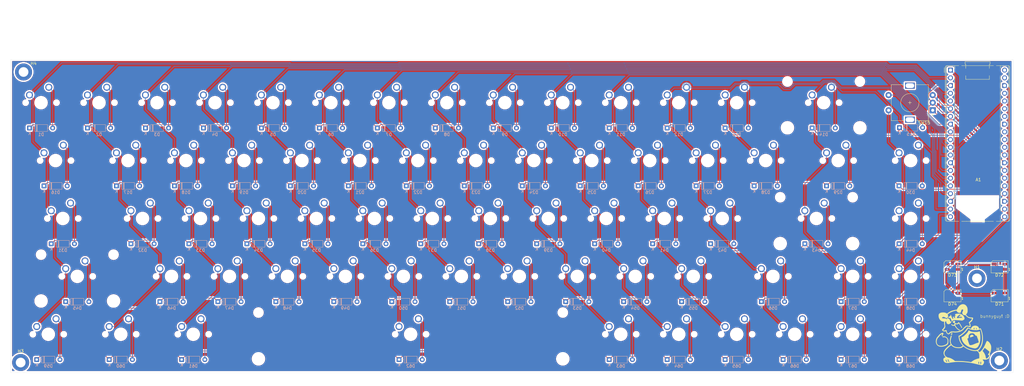
<source format=kicad_pcb>
(kicad_pcb (version 20241229) (generator "pcbnew") (generator_version "9.0")
  (layers (0 "F.Cu" signal) (2 "B.Cu" signal) (13 "F.Paste" user) (15 "B.Paste" user) (5 "F.SilkS" user "F.Silkscreen") (7 "B.SilkS" user "B.Silkscreen") (1 "F.Mask" user) (3 "B.Mask" user) (25 "Edge.Cuts" user))
  (net 0 "")
  (net 1 "+3.3V")
  (net 2 "GND")
  (net 3 "ENCB")
  (net 4 "Column 9")
  (net 5 "Column 12")
  (net 6 "Row 5")
  (net 7 "LED")
  (net 8 "Column 4")
  (net 10 "Column 10")
  (net 12 "ENCA")
  (net 13 "Column 5")
  (net 14 "Column 8")
  (net 15 "Column 1")
  (net 17 "Column 14")
  (net 18 "Row 4")
  (net 21 "Column 7")
  (net 22 "Column 6")
  (net 23 "Row 3")
  (net 24 "Column 3")
  (net 27 "Column 11")
  (net 28 "Row 1")
  (net 29 "Column 13")
  (net 30 "Column 2")
  (net 31 "Row 2")
  (net 34 "Net-(D1-A)")
  (net 35 "Net-(D2-A)")
  (net 36 "Net-(D3-A)")
  (net 37 "Net-(D4-A)")
  (net 38 "Net-(D5-A)")
  (net 39 "Net-(D6-A)")
  (net 40 "Net-(D7-A)")
  (net 41 "Net-(D8-A)")
  (net 42 "Net-(D9-A)")
  (net 43 "Net-(D10-A)")
  (net 44 "Net-(D11-A)")
  (net 45 "Net-(D12-A)")
  (net 46 "Net-(D13-A)")
  (net 47 "Net-(D14-A)")
  (net 48 "Net-(D15-A)")
  (net 49 "Net-(D16-A)")
  (net 50 "Net-(D17-A)")
  (net 51 "Net-(D18-A)")
  (net 52 "Net-(D19-A)")
  (net 53 "Net-(D20-A)")
  (net 54 "Net-(D21-A)")
  (net 55 "Net-(D22-A)")
  (net 56 "Net-(D23-A)")
  (net 57 "Net-(D24-A)")
  (net 58 "Net-(D25-A)")
  (net 59 "Net-(D26-A)")
  (net 60 "Net-(D27-A)")
  (net 61 "Net-(D28-A)")
  (net 62 "Net-(D29-A)")
  (net 63 "Net-(D30-A)")
  (net 64 "Net-(D31-A)")
  (net 65 "Net-(D32-A)")
  (net 66 "Net-(D33-A)")
  (net 67 "Net-(D34-A)")
  (net 68 "Net-(D35-A)")
  (net 69 "Net-(D36-A)")
  (net 70 "Net-(D37-A)")
  (net 71 "Net-(D38-A)")
  (net 72 "Net-(D39-A)")
  (net 73 "Net-(D40-A)")
  (net 74 "Net-(D42-A)")
  (net 75 "Net-(D43-A)")
  (net 76 "Net-(D44-A)")
  (net 77 "Net-(D45-A)")
  (net 78 "Net-(D46-A)")
  (net 79 "Net-(D47-A)")
  (net 80 "Net-(D48-A)")
  (net 81 "Net-(D49-A)")
  (net 82 "Net-(D50-A)")
  (net 83 "Net-(D51-A)")
  (net 84 "Net-(D52-A)")
  (net 85 "Net-(D53-A)")
  (net 86 "Net-(D54-A)")
  (net 87 "Net-(D56-A)")
  (net 88 "Net-(D57-A)")
  (net 89 "Net-(D58-A)")
  (net 90 "Net-(D59-A)")
  (net 91 "Net-(D62-A)")
  (net 92 "Net-(D65-A)")
  (net 93 "Net-(D66-A)")
  (net 94 "Net-(D67-A)")
  (net 95 "Net-(D68-A)")
  (net 96 "Net-(D71-DOUT)")
  (net 97 "Net-(D72-DOUT)")
  (net 98 "Net-(D73-DOUT)")
  (net 100 "Column 15")
  (net 101 "Net-(D41-A)")
  (net 102 "Net-(D55-A)")
  (net 103 "Net-(D60-A)")
  (net 104 "Net-(D61-A)")
  (net 105 "Net-(D63-A)")
  (net 106 "Net-(D64-A)")
  (footprint "MX:SW_MX_1u" (layer "F.Cu") (at 260.75 137.6)
    (property "Reference" "SW41" (hide yes))
    (property "Value" "SW_Push_45deg")
  )
  (footprint "MX:SW_MX_1u" (layer "F.Cu") (at 341.7125 118.55)
    (property "Reference" "SW30" (hide yes))
    (property "Value" "SW_Push_45deg")
  )
  (footprint "MX:SW_MX_1u" (layer "F.Cu") (at 246.4625 99.5)
    (property "Reference" "SW11" (hide yes))
    (property "Value" "SW_Push_45deg")
  )
  (footprint "LED_SMD:LED_SK6812MINI_PLCC4_3.5x3.5mm_P1.75mm" (layer "F.Cu") (at 370.9365 163.008375 180)
    (property "Reference" "D71")
    (property "Value" "SK6812MINI")
  )
  (footprint "MX:SW_MX_1u" (layer "F.Cu") (at 122.6375 118.55)
    (property "Reference" "SW19" (hide yes))
    (property "Value" "SW_Push_45deg")
  )
  (footprint "MX:SW_MX_1u" (layer "F.Cu") (at 103.5875 118.55)
    (property "Reference" "SW18" (hide yes))
    (property "Value" "SW_Push_45deg")
  )
  (footprint "MX:SW_MX_1u" (layer "F.Cu") (at 146.45 137.6)
    (property "Reference" "SW35" (hide yes))
    (property "Value" "SW_Push_45deg")
  )
  (footprint "MX:SW_MX_1u" (layer "F.Cu") (at 227.4125 99.5)
    (property "Reference" "SW10" (hide yes))
    (property "Value" "SW_Push_45deg")
  )
  (footprint "MX:SW_MX_1u" (layer "F.Cu") (at 155.975 156.65)
    (property "Reference" "SW49" (hide yes))
    (property "Value" "SW_Push_45deg")
  )
  (footprint "MX:SW_MX_1u" (layer "F.Cu") (at 67.86875 156.65)
    (property "Reference" "SW45" (hide yes))
    (property "Value" "SW_Push_45deg")
  )
  (footprint "MX:SW_MX_1u" (layer "F.Cu") (at 317.9 118.55)
    (property "Reference" "SW29" (hide yes))
    (property "Value" "SW_Push_45deg")
  )
  (footprint "MX:SW_MX_1u" (layer "F.Cu") (at 279.8 137.6)
    (property "Reference" "SW42" (hide yes))
    (property "Value" "SW_Push_45deg")
  )
  (footprint "MX:SW_MX_1u" (layer "F.Cu") (at 170.2625 99.5)
    (property "Reference" "SW7" (hide yes))
    (property "Value" "SW_Push_45deg")
  )
  (footprint "MX:SW_MX_1u" (layer "F.Cu") (at 232.175 156.65)
    (property "Reference" "SW53" (hide yes))
    (property "Value" "SW_Push_45deg")
  )
  (footprint "MX:SW_MX_1u" (layer "F.Cu") (at 177.40625 175.7)
    (property "Reference" "SW62" (hide yes))
    (property "Value" "SW_Push_45deg")
  )
  (footprint "MX:SW_MX_1u" (layer "F.Cu") (at 310.75625 137.6)
    (property "Reference" "SW43" (hide yes))
    (property "Value" "SW_Push_45deg")
  )
  (footprint "MX:SW_MX_1u" (layer "F.Cu") (at 84.5375 118.55)
    (property "Reference" "SW17" (hide yes))
    (property "Value" "SW_Push_45deg")
  )
  (footprint "MX:SW_MX_1u" (layer "F.Cu") (at 82.15625 175.7)
    (property "Reference" "SW60" (hide yes))
    (property "Value" "SW_Push_45deg")
  )
  (footprint "MX:SW_MX_1u" (layer "F.Cu") (at 341.7125 175.7)
    (property "Reference" "SW68" (hide yes))
    (property "Value" "SW_Push_45deg")
  )
  (footprint "MX:SW_MX_1u" (layer "F.Cu") (at 151.2125 99.5)
    (property "Reference" "SW6" (hide yes))
    (property "Value" "SW_Push_45deg")
  )
  (footprint "MX:SW_MX_1u" (layer "F.Cu") (at 236.9375 118.55)
    (property "Reference" "SW25" (hide yes))
    (property "Value" "SW_Push_45deg")
  )
  (footprint "MX:SW_MX_1u" (layer "F.Cu") (at 203.6 137.6)
    (property "Reference" "SW38" (hide yes))
    (property "Value" "SW_Push_45deg")
  )
  (footprint "MX:SW_MX_1u" (layer "F.Cu") (at 284.5625 99.5)
    (property "Reference" "SW13" (hide yes))
    (property "Value" "SW_Push_45deg")
  )
  (footprint "MX:SW_MX_1u" (layer "F.Cu") (at 179.7875 118.55)
    (property "Reference" "SW22" (hide yes))
    (property "Value" "SW_Push_45deg")
  )
  (footprint "MX:SW_MX_1u" (layer "F.Cu") (at 194.075 156.65)
    (property "Reference" "SW51" (hide yes))
    (property "Value" "SW_Push_45deg")
  )
  (footprint "MX:STAB_MX_6.25u" (layer "F.Cu") (at 177.40625 175.54125)
    (property "Reference" "S3" (hide yes))
    (property "Value" "MX_stab")
  )
  (footprint "MX:SW_MX_1u" (layer "F.Cu") (at 98.825 156.65)
    (property "Reference" "SW46" (hide yes))
    (property "Value" "SW_Push_45deg")
  )
  (footprint "MX:SW_MX_1u" (layer "F.Cu") (at 127.4 137.6)
    (property "Reference" "SW34" (hide yes))
    (property "Value" "SW_Push_45deg")
  )
  (footprint "MX:SW_MX_1u" (layer "F.Cu") (at 294.0875 118.55)
    (property "Reference" "SW28" (hide yes))
    (property "Value" "SW_Push_45deg")
  )
  (footprint "MX:SW_MX_1u" (layer "F.Cu") (at 141.6875 118.55)
    (property "Reference" "SW20" (hide yes))
    (property "Value" "SW_Push_45deg")
  )
  (footprint "MX:SW_MX_1u" (layer "F.Cu") (at 241.7 137.6)
    (property "Reference" "SW40" (hide yes))
    (property "Value" "SW_Push_45deg")
  )
  (footprint "MX:SW_MX_1u" (layer "F.Cu") (at 341.7125 137.6)
    (property "Reference" "SW44" (hide yes))
    (property "Value" "SW_Push_45deg")
  )
  (footprint "MountingHole:MountingHole_3.2mm_M3_DIN965_Pad_TopBottom" (layer "F.Cu") (at 370.86292 184.35223)
    (property "Reference" "H2")
    (property "Value" "MountingHole")
  )
  (footprint "MX:SW_MX_1u" (layer "F.Cu") (at 270.275 156.65)
    (property "Reference" "SW55" (hide yes))
    (property "Value" "SW_Push_45deg")
  )
  (footprint "MX:SW_MX_1u" (layer "F.Cu") (at 217.8875 118.55)
    (property "Reference" "SW24" (hide yes))
    (property "Value" "SW_Push_45deg")
  )
  (footprint "LOGO" (layer "F.Cu") (at 359.25 175.8)
    (property "Reference" "G***" (hide yes))
    (property "Value" "LOGO" (hide yes))
  )
  (footprint "MX:SW_MX_1u" (layer "F.Cu") (at 341.7125 156.65)
    (property "Reference" "SW58" (hide yes))
    (property "Value" "SW_Push_45deg")
  )
  (footprint "MX:SW_MX_1u" (layer "F.Cu") (at 255.9875 118.55)
    (property "Reference" "SW26" (hide yes))
    (property "Value" "SW_Push_45deg")
  )
  (footprint "MX:SW_MX_1u" (layer "F.Cu") (at 265.5125 175.7)
    (property "Reference" "SW64" (hide yes))
    (property "Value" "SW_Push_45deg")
  )
  (footprint "MX:SW_MX_1u" (layer "F.Cu") (at 108.35 137.6)
    (property "Reference" "SW33" (hide yes))
    (property "Value" "SW_Push_45deg")
  )
  (footprint "MX:SW_MX_1u" (layer "F.Cu") (at 251.225 156.65)
    (property "Reference" "SW54" (hide yes))
    (property "Value" "SW_Push_45deg")
  )
  (footprint "MX:SW_MX_1u" (layer "F.Cu") (at 208.3625 99.5)
    (property "Reference" "SW9" (hide yes))
    (property "Value" "SW_Push_45deg")
  )
  (footprint "LED_SMD:LED_SK6812MINI_PLCC4_3.5x3.5mm_P1.75mm" (layer "F.Cu") (at 355.458375 163.008375 180)
    (property "Reference" "D74")
    (property "Value" "SK6812MINI")
  )
  (footprint "Rotary_Encoder:RotaryEncoder_Alps_EC11E-Switch_Vertical_H20mm" (layer "F.Cu") (at 348.9625 102 180)
    (property "Reference" "SW15")
    (property "Value" "RotaryEncoder_Switch")
  )
  (footprint "MountingHole:MountingHole_3.2mm_M3_DIN965_Pad_TopBottom" (layer "F.Cu") (at 49.25 185)
    (property "Reference" "H3")
    (property "Value" "MountingHole")
  )
  (footprint "MX:SW_MX_1u" (layer "F.Cu") (at 132.1625 99.5)
    (property "Reference" "SW5" (hide yes))
    (property "Value" "SW_Push_45deg")
  )
  (footprint "Module:RaspberryPi_Pico_Common_THT" (layer "F.Cu") (at 354.809375 88.784375)
    (property "Reference" "A1")
    (property "Value" "RaspberryPi_Pico_W")
  )
  (footprint "MX:STAB_MX_2u" (layer "F.Cu") (at 67.86875 156.49125)
    (property "Reference" "S1" (hide yes))
    (property "Value" "MX_stab")
  )
  (footprint "MX:SW_MX_1u" (layer "F.Cu") (at 184.55 137.6)
    (property "Reference" "SW37" (hide yes))
    (property "Value" "SW_Push_45deg")
  )
  (footprint "MX:SW_MX_1u" (layer "F.Cu") (at 313.1375 99.5)
    (property "Reference" "SW14" (hide yes))
    (property "Value" "SW_Push_45deg")
  )
  (footprint "LED_SMD:LED_SK6812MINI_PLCC4_3.5x3.5mm_P1.75mm" (layer "F.Cu") (at 370.9365 153.483375 180)
    (property "Reference" "D72")
    (property "Value" "SK6812MINI")
  )
  (footprint "MX:SW_MX_1u" (layer "F.Cu") (at 303.6125 175.7)
    (property "Reference" "SW66" (hide yes))
    (property "Value" "SW_Push_45deg")
  )
  (footprint "MX:SW_MX_1u" (layer "F.Cu") (at 113.1125 99.5)
    (property "Reference" "SW4" (hide yes))
    (property "Value" "SW_Push_45deg")
  )
  (footprint "MX:SW_MX_1u" (layer "F.Cu") (at 117.875 156.65)
    (property "Reference" "SW47" (hide yes))
    (property "Value" "SW_Push_45deg")
  )
  (footprint "MX:SW_MX_1u" (layer "F.Cu") (at 94.0625 99.5)
    (property "Reference" "SW3" (hide yes))
    (property "Value" "SW_Push_45deg")
  )
  (footprint "MX:SW_MX_1u" (layer "F.Cu") (at 165.5 137.6)
    (property "Reference" "SW36" (hide yes))
    (property "Value" "SW_Push_45deg")
  )
  (footprint "MX:STAB_MX_2u" (layer "F.Cu") (at 310.75625 137.6)
    (property "Reference" "S4" (hide yes))
    (property "Value" "MX_stab")
  )
  (footprint "MX:SW_MX_1u" (layer "F.Cu") (at 213.125 156.65)
    (property "Reference" "SW52" (hide yes))
    (property "Value" "SW_Push_45deg")
  )
  (footprint "MX:SW_MX_1u" (layer "F.Cu") (at 55.9625 99.5)
    (property "Reference" "SW1" (hide yes))
    (property "Value" "SW_Push_45deg")
  )
  (footprint "MX:SW_MX_1u" (layer "F.Cu") (at 189.3125 99.5)
    (property "Reference" "SW8" (hide yes))
    (property "Value" "SW_Push_45deg")
  )
  (footprint "MX:SW_MX_1u" (layer "F.Cu") (at 75.0125 99.5)
    (property "Reference" "SW2" (hide yes))
    (property "Value" "SW_Push_45deg")
  )
  (footprint "MX:SW_MX_1u" (layer "F.Cu") (at 175.025 156.65)
    (property "Reference" "SW50" (hide yes))
    (property "Value" "SW_Push_45deg")
  )
  (footprint "MX:SW_MX_1u" (layer "F.Cu") (at 284.5625 175.7)
    (property "Reference" "SW65" (hide yes))
    (property "Value" "SW_Push_45deg")
  )
  (footprint "MX:SW_MX_1u" (layer "F.Cu") (at 160.7375 118.55)
    (property "Reference" "SW21" (hide yes))
    (property "Value" "SW_Push_45deg")
  )
  (footprint "MX:SW_MX_1u" (layer "F.Cu") (at 63.10625 137.6)
    (property "Reference" "SW31" (hide yes))
    (property "Value" "SW_Push_45deg")
  )
  (footprint "MX:SW_MX_1u" (layer "F.Cu") (at 222.65 137.6)
    (property "Reference" "SW39" (hide yes))
    (property "Value" "SW_Push_45deg")
  )
  (footprint "MX:SW_MX_1u" (layer "F.Cu") (at 89.3 137.6)
    (property "Reference" "SW32" (hide yes))
    (property "Value" "SW_Push_45deg")
  )
  (footprint "MX:SW_MX_1u" (layer "F.Cu") (at 58.34375 175.7)
    (property "Reference" "SW59" (hide yes))
    (property "Value" "SW_Push_45deg")
  )
  (footprint "MX:SW_MX_1u" (layer "F.Cu") (at 322.6625 156.65)
    (property "Reference" "SW57" (hide yes))
    (property "Value" "SW_Push_45deg")
  )
  (footprint "MX:SW_MX_1u" (layer "F.Cu") (at 105.96875 175.7)
    (property "Reference" "SW61" (hide yes))
    (property "Value" "SW_Push_45deg")
  )
  (footprint "MountingHole:MountingHole_3.2mm_M3_DIN965_Pad_TopBottom" (layer "F.Cu") (at 50.2 89.4)
    (property "Reference" "H4")
    (property "Value" "MountingHole")
  )
  (footprint "MX:STAB_MX_2u" (layer "F.Cu") (at 313.1375 99.5)
    (property "Reference" "S2" (hide yes))
    (property "Value" "MX_stab")
  )
  (footprint "MX:SW_MX_1u" (layer "F.Cu") (at 275.0375 118.55)
    (property "Reference" "SW27" (hide yes))
    (property "Value" "SW_Push_45deg")
  )
  (footprint "MX:SW_MX_1u" (layer "F.Cu") (at 198.8375 118.55)
    (property "Reference" "SW23" (hide yes))
    (property "Value" "SW_Push_45deg")
  )
  (footprint "MX:SW_MX_1u" (layer "F.Cu") (at 322.6625 175.7)
    (property "Reference" "SW67" (hide yes))
    (property "Value" "SW_Push_45deg")
  )
  (footprint "MX:SW_MX_1u" (layer "F.Cu") (at 265.5125 99.5)
    (property "Reference" "SW12" (hide yes))
    (property "Value" "SW_Push_45deg")
  )
  (footprint "LED_SMD:LED_SK6812MINI_PLCC4_3.5x3.5mm_P1.75mm" (layer "F.Cu") (at 355.458375 153.483375 180)
    (property "Reference" "D73")
    (property "Value" "SK6812MINI")
  )
  (footprint "MountingHole:MountingHole_3.2mm_M3_DIN965_Pad_TopBottom" (layer "F.Cu") (at 363.5 157.3)
    (property "Reference" "H1")
    (property "Value" "MountingHole")
  )
  (footprint "MX:SW_MX_1u" (layer "F.Cu") (at 246.4625 175.7)
    (property "Reference" "SW63" (hide yes))
    (property "Value" "SW_Push_45deg")
  )
  (footprint "MX:SW_MX_1u" (layer "F.Cu") (at 296.46875 156.65)
    (property "Reference" "SW56" (hide yes))
    (property "Value" "SW_Push_45deg")
  )
  (footprint "MX:SW_MX_1u" (layer "F.Cu") (at 136.925 156.65)
    (property "Reference" "SW48" (hide yes))
    (property "Value" "SW_Push_45deg")
  )
  (footprint "MX:SW_MX_1u" (layer "F.Cu") (at 60.725 118.55)
    (property "Reference" "SW16" (hide yes))
    (property "Value" "SW_Push_45deg")
  )
  (footprint "Diode_THT:D_DO-35_SOD27_P7.62mm_Horizontal" (layer "B.Cu") (at 256.94 145.934375)
    (property "Reference" "D41")
    (property "Value" "1N4148")
  )
  (footprint "Diode_THT:D_DO-35_SOD27_P7.62mm_Horizontal" (layer "B.Cu") (at 237.89 145.934375)
    (property "Reference" "D40")
    (property "Value" "1N4148")
  )
  (footprint "Diode_THT:D_DO-35_SOD27_P7.62mm_Horizontal" (layer "B.Cu") (at 123.59 145.934375)
    (property "Reference" "D34")
    (property "Value" "1N4148")
  )
  (footprint "Diode_THT:D_DO-35_SOD27_P7.62mm_Horizontal" (layer "B.Cu") (at 266.465 164.984375)
    (property "Reference" "D55")
    (property "Value" "1N4148")
  )
  (footprint "Diode_THT:D_DO-35_SOD27_P7.62mm_Horizontal" (layer "B.Cu") (at 204.5525 107.834375)
    (property "Reference" "D9")
    (property "Value" "1N4148")
  )
  (footprint "Diode_THT:D_DO-35_SOD27_P7.62mm_Horizontal" (layer "B.Cu") (at 95.015 164.984375)
    (property "Reference" "D46")
    (property "Value" "1N4148")
  )
  (footprint "Diode_THT:D_DO-35_SOD27_P7.62mm_Horizontal" (layer "B.Cu") (at 128.3525 107.834375)
    (property "Reference" "D5")
    (property "Value" "1N4148")
  )
  (footprint "Diode_THT:D_DO-35_SOD27_P7.62mm_Horizontal" (layer "B.Cu") (at 104.54 145.934375)
    (property "Reference" "D33")
    (property "Value" "1N4148")
  )
  (footprint "Diode_THT:D_DO-35_SOD27_P7.62mm_Horizontal" (layer "B.Cu") (at 199.79 145.934375)
    (property "Reference" "D38")
    (property "Value" "1N4148")
  )
  (footprint "Diode_THT:D_DO-35_SOD27_P7.62mm_Horizontal" (layer "B.Cu") (at 142.64 145.934375)
    (property "Reference" "D35")
    (property "Value" "1N4148")
  )
  (footprint "Diode_THT:D_DO-35_SOD27_P7.62mm_Horizontal" (layer "B.Cu") (at 271.2275 126.884375)
    (property "Reference" "D27")
    (property "Value" "1N4148")
  )
  (footprint "Diode_THT:D_DO-35_SOD27_P7.62mm_Horizontal" (layer "B.Cu") (at 318.8525 184.034375)
    (property "Reference" "D67")
    (property "Value" "1N4148")
  )
  (footprint "Diode_THT:D_DO-35_SOD27_P7.62mm_Horizontal" (layer "B.Cu") (at 338.034375 107.715625)
    (property "Reference" "D15")
    (property "Value" "1N4148")
  )
  (footprint "Diode_THT:D_DO-35_SOD27_P7.62mm_Horizontal" (layer "B.Cu") (at 261.7025 107.834375)
    (property "Reference" "D12")
    (property "Value" "1N4148")
  )
  (footprint "Diode_THT:D_DO-35_SOD27_P7.62mm_Horizontal" (layer "B.Cu") (at 214.0775 126.884375)
    (property "Reference" "D24")
    (property "Value" "1N4148")
  )
  (footprint "Diode_THT:D_DO-35_SOD27_P7.62mm_Horizontal" (layer "B.Cu") (at 161.69 145.934375)
    (property "Reference" "D36")
    (property "Value" "1N4148")
  )
  (footprint "Diode_THT:D_DO-35_SOD27_P7.62mm_Horizontal" (layer "B.Cu") (at 137.8775 126.884375)
    (property "Reference" "D20")
    (property "Value" "1N4148")
  )
  (footprint "Diode_THT:D_DO-35_SOD27_P7.62mm_Horizontal" (layer "B.Cu") (at 275.99 145.934375)
    (property "Reference" "D42")
    (property "Value" "1N4148")
  )
  (footprint "Diode_THT:D_DO-35_SOD27_P7.62mm_Horizontal" (layer "B.Cu") (at 223.6025 107.834375)
    (property "Reference" "D10")
    (property "Value" "1N4148")
  )
  (footprint "Diode_THT:D_DO-35_SOD27_P7.62mm_Horizontal" (layer "B.Cu") (at 337.9025 184.034375)
    (property "Reference" "D68")
    (property "Value" "1N4148")
  )
  (footprint "Diode_THT:D_DO-35_SOD27_P7.62mm_Horizontal" (layer "B.Cu") (at 64.05875 164.984375)
    (property "Reference" "D45")
    (property "Value" "1N4148")
  )
  (footprint "Diode_THT:D_DO-35_SOD27_P7.62mm_Horizontal" (layer "B.Cu") (at 247.415 164.984375)
    (property "Reference" "D54")
    (property "Value" "1N4148")
  )
  (footprint "Diode_THT:D_DO-35_SOD27_P7.62mm_Horizontal" (layer "B.Cu") (at 99.7775 126.884375)
    (property "Reference" "D18")
    (property "Value" "1N4148")
  )
  (footprint "Diode_THT:D_DO-35_SOD27_P7.62mm_Horizontal" (layer "B.Cu") (at 180.74 145.934375)
    (property "Reference" "D37")
    (property "Value" "1N4148")
  )
  (footprint "Diode_THT:D_DO-35_SOD27_P7.62mm_Horizontal" (layer "B.Cu") (at 59.29625 145.934375)
    (property "Reference" "D31")
    (property "Value" "1N4148")
  )
  (footprint "Diode_THT:D_DO-35_SOD27_P7.62mm_Horizontal" (layer "B.Cu") (at 242.6525 184.034375)
    (property "Reference" "D63")
    (property "Value" "1N4148")
  )
  (footprint "Diode_THT:D_DO-35_SOD27_P7.62mm_Horizontal" (layer "B.Cu") (at 233.1275 126.884375)
    (property "Reference" "D25")
    (property "Value" "1N4148")
  )
  (footprint "Diode_THT:D_DO-35_SOD27_P7.62mm_Horizontal" (layer "B.Cu") (at 185.5025 107.834375)
    (property "Reference" "D8")
    (property "Value" "1N4148")
  )
  (footprint "Diode_THT:D_DO-35_SOD27_P7.62mm_Horizontal" (layer "B.Cu") (at 218.84 145.934375)
    (property "Reference" "D39")
    (property "Value" "1N4148")
  )
  (footprint "Diode_THT:D_DO-35_SOD27_P7.62mm_Horizontal" (layer "B.Cu") (at 280.7525 107.834375)
    (property "Reference" "D13")
    (property "Value" "1N4148")
  )
  (footprint "Diode_THT:D_DO-35_SOD27_P7.62mm_Horizontal" (layer "B.Cu") (at 118.8275 126.884375)
    (property "Reference" "D19")
    (property "Value" "1N4148")
  )
  (footprint "Diode_THT:D_DO-35_SOD27_P7.62mm_Horizontal" (layer "B.Cu") (at 78.34625 184.034375)
    (property "Reference" "D60")
    (property "Value" "1N4148")
  )
  (footprint "Diode_THT:D_DO-35_SOD27_P7.62mm_Horizontal" (layer "B.Cu") (at 314.09 126.884375)
    (property "Reference" "D29")
    (property "Value" "1N4148")
  )
  (footprint "Diode_THT:D_DO-35_SOD27_P7.62mm_Horizontal" (layer "B.Cu") (at 228.365 164.984375)
    (property "Reference" "D53")
    (property "Value" "1N4148")
  )
  (footprint "Diode_THT:D_DO-35_SOD27_P7.62mm_Horizontal" (layer "B.Cu") (at 156.9275 126.884375)
    (property "Reference" "D21")
    (property "Value" "1N4148")
  )
  (footprint "Diode_THT:D_DO-35_SOD27_P7.62mm_Horizontal" (layer "B.Cu") (at 318.8525 164.984375)
    (property "Reference" "D57")
    (property "Value" "1N4148")
  )
  (footprint "Diode_THT:D_DO-35_SOD27_P7.62mm_Horizontal" (layer "B.Cu") (at 90.2525 107.834375)
    (property "Reference" "D3")
    (property "Value" "1N4148")
  )
  (footprint "Diode_THT:D_DO-35_SOD27_P7.62mm_Horizontal" (layer "B.Cu") (at 209.315 164.984375)
    (property "Reference" "D52")
    (property "Value" "1N4148")
  )
  (footprint "Diode_THT:D_DO-35_SOD27_P7.62mm_Horizontal" (layer "B.Cu") (at 147.4025 107.834375)
    (property "Reference" "D6")
    (property "Value" "1N4148")
  )
  (footprint "Diode_THT:D_DO-35_SOD27_P7.62mm_Horizontal" (layer "B.Cu") (at 242.6525 107.834375)
    (property "Reference" "D11")
    (property "Value" "1N4148")
  )
  (footprint "Diode_THT:D_DO-35_SOD27_P7.62mm_Horizontal" (layer "B.Cu") (at 190.265 164.984375)
    (property "Reference" "D51")
    (property "Value" "1N4148")
  )
  (footprint "Diode_THT:D_DO-35_SOD27_P7.62mm_Horizontal" (layer "B.Cu") (at 114.065 164.984375)
    (property "Reference" "D47")
    (property "Value" "1N4148")
  )
  (footprint "Diode_THT:D_DO-35_SOD27_P7.62mm_Horizontal" (layer "B.Cu") (at 337.9025 126.884375)
    (property "Reference" "D30")
    (property "Value" "1N4148")
  )
  (footprint "Diode_THT:D_DO-35_SOD27_P7.62mm_Horizontal" (layer "B.Cu") (at 195.0275 126.884375)
    (property "Reference" "D23")
    (property "Value" "1N4148")
  )
  (footprint "Diode_THT:D_DO-35_SOD27_P7.62mm_Horizontal" (layer "B.Cu") (at 171.215 164.984375)
    (property "Reference" "D50")
    (property "Value" "1N4148")
  )
  (footprint "Diode_THT:D_DO-35_SOD27_P7.62mm_Horizontal" (layer "B.Cu") (at 166.4525 107.834375)
    (property "Reference" "D7")
    (property "Value" "1N4148")
  )
  (footprint "Diode_THT:D_DO-35_SOD27_P7.62mm_Horizontal" (layer "B.Cu") (at 56.915 126.884375)
    (property "Reference" "D16")
    (property "Value" "1N4148")
  )
  (footprint "Diode_THT:D_DO-35_SOD27_P7.62mm_Horizontal" (layer "B.Cu") (at 133.115 164.984375)
    (property "Reference" "D48")
    (property "Value" "1N4148")
  )
  (footprint "Diode_THT:D_DO-35_SOD27_P7.62mm_Horizontal" (layer "B.Cu") (at 52.1525 107.834375)
    (property "Reference" "D1")
    (property "Value" "1N4148")
  )
  (footprint "Diode_THT:D_DO-35_SOD27_P7.62mm_Horizontal" (layer "B.Cu") (at 80.7275 126.884375)
    (property "Reference" "D17")
    (property "Value" "1N4148")
  )
  (footprint "Diode_THT:D_DO-35_SOD27_P7.62mm_Horizontal" (layer "B.Cu") (at 109.3025 107.834375)
    (property "Reference" "D4")
    (property "Value" "1N4148")
  )
  (footprint "Diode_THT:D_DO-35_SOD27_P7.62mm_Horizontal" (layer "B.Cu") (at 102.15875 184.034375)
    (property "Reference" "D61")
    (property "Value" "1N4148")
  )
  (footprint "Diode_THT:D_DO-35_SOD27_P7.62mm_Horizontal" (layer "B.Cu") (at 337.9025 164.984375)
    (property "Reference" "D58")
    (property "Value" "1N4148")
  )
  (footprint "Diode_THT:D_DO-35_SOD27_P7.62mm_Horizontal" (layer "B.Cu") (at 309.3275 107.834375)
    (property "Reference" "D14")
    (property "Value" "1N4148")
  )
  (footprint "Diode_THT:D_DO-35_SOD27_P7.62mm_Horizontal" (layer "B.Cu") (at 252.1775 126.884375)
    (property "Reference" "D26")
    (property "Value" "1N4148")
  )
  (footprint "Diode_THT:D_DO-35_SOD27_P7.62mm_Horizontal" (layer "B.Cu") (at 261.7025 184.034375)
    (property "Reference" "D64")
    (property "Value" "1N4148")
  )
  (footprint "Diode_THT:D_DO-35_SOD27_P7.62mm_Horizontal" (layer "B.Cu") (at 152.165 164.984375)
    (property "Reference" "D49")
    (property "Value" "1N4148")
  )
  (footprint "Diode_THT:D_DO-35_SOD27_P7.62mm_Horizontal" (layer "B.Cu") (at 299.8025 184.034375)
    (property "Reference" "D66")
    (property "Value" "1N4148")
  )
  (footprint "Diode_THT:D_DO-35_SOD27_P7.62mm_Horizontal" (layer "B.Cu") (at 71.2025 107.834375)
    (property "Reference" "D2")
    (property "Value" "1N4148")
  )
  (footprint "Diode_THT:D_DO-35_SOD27_P7.62mm_Horizontal" (layer "B.Cu") (at 337.9025 145.934375)
    (property "Reference" "D44")
    (property "Value" "1N4148")
  )
  (footprint "Diode_THT:D_DO-35_SOD27_P7.62mm_Horizontal" (layer "B.Cu") (at 306.94625 145.934375)
    (property "Reference" "D43")
    (property "Value" "1N4148")
  )
  (footprint "Diode_THT:D_DO-35_SOD27_P7.62mm_Horizontal" (layer "B.Cu") (at 290.2775 126.884375)
    (property "Reference" "D28")
    (property "Value" "1N4148")
  )
  (footprint "Diode_THT:D_DO-35_SOD27_P7.62mm_Horizontal" (layer "B.Cu") (at 175.9775 126.884375)
    (property "Reference" "D22")
    (property "Value" "1N4148")
  )
  (footprint "Diode_THT:D_DO-35_SOD27_P7.62mm_Horizontal" (layer "B.Cu") (at 54.53375 184.034375)
    (property "Reference" "D59")
    (property "Value" "1N4148")
  )
  (footprint "Diode_THT:D_DO-35_SOD27_P7.62mm_Horizontal" (layer "B.Cu") (at 280.7525 184.034375)
    (property "Reference" "D65")
    (property "Value" "1N4148")
  )
  (footprint "Diode_THT:D_DO-35_SOD27_P7.62mm_Horizontal" (layer "B.Cu") (at 85.49 145.934375)
    (property "Reference" "D32")
    (property "Value" "1N4148")
  )
  (footprint "Diode_THT:D_DO-35_SOD27_P7.62mm_Horizontal" (layer "B.Cu") (at 292.65875 164.984375)
    (property "Reference" "D56")
    (property "Value" "1N4148")
  )
  (footprint "Diode_THT:D_DO-35_SOD27_P7.62mm_Horizontal" (layer "B.Cu") (at 173.59625 184.034375)
    (property "Reference" "D62")
    (property "Value" "1N4148")
  )
  (gr_rect (start 45.9625 85.3) (end 375.3625 188.3) (stroke (width 0.05)) (fill no) (layer "Edge.Cuts"))
  (gr_text "bunnyguy! :D" (at 364.479856 170.35 0) (layer "F.SilkS") (effects (font (size 1 1) (thickness 0.1)) (justify left bottom)))
  (segment (start 369.1865 163.883375) (end 367.68025 165.389625) (width 0.2) (layer "F.Cu") (net 1))
  (segment (start 370.2875 155.459375) (end 370.2875 162.782375) (width 0.2) (layer "F.Cu") (net 1))
  (segment (start 353.708375 163.883375) (end 352.607375 162.782375) (width 0.2) (layer "F.Cu") (net 1))
  (segment (start 352.607375 155.459375) (end 353.708375 154.358375) (width 0.2) (layer "F.Cu") (net 1))
  (segment (start 369.1865 154.358375) (end 370.2875 155.459375) (width 0.2) (layer "F.Cu") (net 1))
  (segment (start 370.2875 162.782375) (end 369.1865 163.883375) (width 0.2) (layer "F.Cu") (net 1))
  (segment (start 367.68025 165.389625) (end 355.214625 165.389625) (width 0.2) (layer "F.Cu") (net 1))
  (segment (start 352.607375 162.782375) (end 352.607375 155.459375) (width 0.2) (layer "F.Cu") (net 1))
  (segment (start 355.214625 165.389625) (end 353.708375 163.883375) (width 0.2) (layer "F.Cu") (net 1))
  (via (at 353.708375 154.358375) (size 0.6) (drill 0.3) (layers "F.Cu" "B.Cu") (net 1))
  (segment (start 356.498375 129.872539) (end 356.498375 134.296106) (width 0.2) (layer "B.Cu") (net 1))
  (segment (start 357.190625 134.988356) (end 357.190625 150.876125) (width 0.2) (layer "B.Cu") (net 1))
  (segment (start 372.589375 98.944375) (end 357.190625 114.343125) (width 0.2) (layer "B.Cu") (net 1))
  (segment (start 357.190625 129.813375) (end 356.557539 129.813375) (width 0.2) (layer "B.Cu") (net 1))
  (segment (start 357.190625 114.343125) (end 357.190625 129.813375) (width 0.2) (layer "B.Cu") (net 1))
  (segment (start 356.557539 129.813375) (end 356.498375 129.872539) (width 0.2) (layer "B.Cu") (net 1))
  (segment (start 357.190625 150.876125) (end 353.708375 154.358375) (width 0.2) (layer "B.Cu") (net 1))
  (segment (start 356.498375 134.296106) (end 357.190625 134.988356) (width 0.2) (layer "B.Cu") (net 1))
  (segment (start 348.9625 99.5) (end 347.6615 98.199) (width 0.2) (layer "F.Cu") (net 2))
  (segment (start 356.1625 130.61125) (end 356.1625 128.585375) (width 0.2) (layer "F.Cu") (net 2))
  (segment (start 347.6615 98.199) (end 347.6615 96.461108) (width 0.2) (layer "F.Cu") (net 2))
  (segment (start 372.589375 119.264375) (end 355.910375 102.585375) (width 0.2) (layer "F.Cu") (net 2))
  (segment (start 350.924875 106.564375) (end 354.809375 106.564375) (width 0.2) (layer "F.Cu") (net 2))
  (segment (start 354.809375 131.964375) (end 356.1625 130.61125) (width 0.2) (layer "F.Cu") (net 2))
  (segment (start 352.047875 102.585375) (end 348.9625 99.5) (width 0.2) (layer "F.Cu") (net 2))
  (segment (start 347.6615 103.301) (end 350.924875 106.564375) (width 0.2) (layer "F.Cu") (net 2))
  (segment (start 347.6615 96.461108) (end 350.258233 93.864375) (width 0.2) (layer "F.Cu") (net 2))
  (segment (start 350.258233 93.864375) (end 354.809375 93.864375) (width 0.2) (layer "F.Cu") (net 2))
  (segment (start 347.6615 100.801) (end 347.6615 103.301) (width 0.2) (layer "F.Cu") (net 2))
  (segment (start 348.9625 99.5) (end 347.6615 100.801) (width 0.2) (layer "F.Cu") (net 2))
  (segment (start 355.910375 102.585375) (end 352.047875 102.585375) (width 0.2) (layer "F.Cu") (net 2))
  (via (at 372.6865 162.133375) (size 0.6) (drill 0.3) (layers "F.Cu" "B.Cu") (net 2))
  (via (at 356.1625 128.585375) (size 0.6) (drill 0.3) (layers "F.Cu" "B.Cu") (net 2))
  (via (at 372.6865 152.608375) (size 0.6) (drill 0.3) (layers "F.Cu" "B.Cu") (net 2))
  (via (at 357.208375 152.608375) (size 0.6) (drill 0.3) (layers "F.Cu" "B.Cu") (net 2))
  (via (at 357.208375 162.133375) (size 0.6) (drill 0.3) (layers "F.Cu" "B.Cu") (net 2))
  (segment (start 372.589375 131.964375) (end 373.631 131.964375) (width 0.2) (layer "B.Cu") (net 2))
  (segment (start 355.910375 118.163375) (end 355.910375 107.665375) (width 0.2) (layer "B.Cu") (net 2))
  (segment (start 372.589375 93.864375) (end 373.695375 94.970375) (width 0.2) (layer "B.Cu") (net 2))
  (segment (start 372.6865 152.608375) (end 372.6865 162.133375) (width 0.2) (layer "B.Cu") (net 2))
  (segment (start 356.1625 128.585375) (end 356.1625 120.6175) (width 0.2) (layer "B.Cu") (net 2))
  (segment (start 373.695375 94.970375) (end 373.695375 119.2) (width 0.2) (layer "B.Cu") (net 2))
  (segment (start 356.1625 120.6175) (end 354.809375 119.264375) (width 0.2) (layer "B.Cu") (net 2))
  (segment (start 373.695375 131.9) (end 373.695375 137.495425) (width 0.2) (layer "B.Cu") (net 2))
  (segment (start 372.589375 119.264375) (end 373.631 119.264375) (width 0.2) (layer "B.Cu") (net 2))
  (segment (start 354.809375 119.264375) (end 355.910375 118.163375) (width 0.2) (layer "B.Cu") (net 2))
  (segment (start 357.208375 152.608375) (end 372.6865 152.608375) (width 0.2) (layer "B.Cu") (net 2))
  (segment (start 357.208375 162.133375) (end 357.208375 152.608375) (width 0.2) (layer "B.Cu") (net 2))
  (segment (start 355.910375 107.665375) (end 354.809375 106.564375) (width 0.2) (layer "B.Cu") (net 2))
  (segment (start 373.631 131.964375) (end 373.695375 131.9) (width 0.2) (layer "B.Cu") (net 2))
  (segment (start 373.695375 137.495425) (end 358.582425 152.608375) (width 0.2) (layer "B.Cu") (net 2))
  (segment (start 358.582425 152.608375) (end 357.208375 152.608375) (width 0.2) (layer "B.Cu") (net 2))
  (segment (start 373.631 119.264375) (end 373.695375 119.2) (width 0.2) (layer "B.Cu") (net 2))
  (segment (start 373.695375 119.2) (end 373.695375 131.9) (width 0.2) (layer "B.Cu") (net 2))
  (segment (start 372.589375 116.724375) (end 356.248375 100.383375) (width 0.2) (layer "F.Cu") (net 3))
  (segment (start 356.248375 100.383375) (end 352.345875 100.383375) (width 0.2) (layer "F.Cu") (net 3))
  (segment (start 352.345875 100.383375) (end 348.9625 97) (width 0.2) (layer "F.Cu") (net 3))
  (segment (start 248.8793 89.599) (end 230.3964 89.599) (width 0.2) (layer "B.Cu") (net 4))
  (segment (start 354.809375 116.724375) (end 351.6385 116.724375) (width 0.2) (layer "B.Cu") (net 4))
  (segment (start 228.365 158.921425) (end 242.603575 173.16) (width 0.2) (layer "B.Cu") (net 4))
  (segment (start 211.6125 89.9) (end 204.5525 96.96) (width 0.2) (layer "B.Cu") (net 4))
  (segment (start 248.8803 89.598) (end 248.8793 89.599) (width 0.2) (layer "B.Cu") (net 4))
  (segment (start 351.6385 108.97175) (end 332.26475 89.598) (width 0.2) (layer "B.Cu") (net 4))
  (segment (start 214.0775 116.01) (end 215.2275 117.16) (width 0.2) (layer "B.Cu") (net 4))
  (segment (start 215.2275 131.4475) (end 218.84 135.06) (width 0.2) (layer "B.Cu") (net 4))
  (segment (start 204.5525 105.215) (end 214.0775 114.74) (width 0.2) (layer "B.Cu") (net 4))
  (segment (start 332.26475 89.598) (end 248.8803 89.598) (width 0.2) (layer "B.Cu") (net 4))
  (segment (start 230.0954 89.9) (end 211.6125 89.9) (width 0.2) (layer "B.Cu") (net 4))
  (segment (start 242.603575 173.16) (end 242.6525 173.16) (width 0.2) (layer "B.Cu") (net 4))
  (segment (start 214.0775 114.74) (end 214.0775 116.01) (width 0.2) (layer "B.Cu") (net 4))
  (segment (start 228.365 154.11) (end 228.365 158.921425) (width 0.2) (layer "B.Cu") (net 4))
  (segment (start 218.84 139.871425) (end 228.365 149.396425) (width 0.2) (layer "B.Cu") (net 4))
  (segment (start 215.2275 117.16) (end 215.2275 131.4475) (width 0.2) (layer "B.Cu") (net 4))
  (segment (start 218.84 135.06) (end 218.84 139.871425) (width 0.2) (layer "B.Cu") (net 4))
  (segment (start 230.3964 89.599) (end 230.0954 89.9) (width 0.2) (layer "B.Cu") (net 4))
  (segment (start 351.6385 116.724375) (end 351.6385 108.97175) (width 0.2) (layer "B.Cu") (net 4))
  (segment (start 228.365 149.396425) (end 228.365 154.11) (width 0.2) (layer "B.Cu") (net 4))
  (segment (start 204.5525 96.96) (end 204.5525 105.215) (width 0.2) (layer "B.Cu") (net 4))
  (segment (start 268.653524 92.969) (end 267.451476 92.969) (width 0.2) (layer "B.Cu") (net 5))
  (segment (start 303.10625 93.551576) (end 302.267826 94.39) (width 0.2) (layer "B.Cu") (net 5))
  (segment (start 275.99 135.06) (end 275.99 139.871425) (width 0.2) (layer "B.Cu") (net 5))
  (segment (start 348.0625 107.09705) (end 335.36445 94.399) (width 0.2) (layer "B.Cu") (net 5))
  (segment (start 353.61875 126.884375) (end 349.65825 122.923875) (width 0.2) (layer "B.Cu") (net 5))
  (segment (start 312.9863 92.167) (end 312.0543 93.099) (width 0.2) (layer "B.Cu") (net 5))
  (segment (start 269.5035 93.818976) (end 268.653524 92.969) (width 0.2) (layer "B.Cu") (net 5))
  (segment (start 269.5035 94.7) (end 269.5035 93.818976) (width 0.2) (layer "B.Cu") (net 5))
  (segment (start 266.6015 93.818976) (end 266.6015 94.7) (width 0.2) (layer "B.Cu") (net 5))
  (segment (start 299.35625 93.099) (end 288.400624 93.099) (width 0.2) (layer "B.Cu") (net 5))
  (segment (start 303.10625 93.099) (end 303.10625 93.551576) (width 0.2) (layer "B.Cu") (net 5))
  (segment (start 261.7025 96.96) (end 262.8525 98.11) (width 0.2) (layer "B.Cu") (net 5))
  (segment (start 300.19 94.39) (end 299.35625 93.55625) (width 0.2) (layer "B.Cu") (net 5))
  (segment (start 271.2275 116.01) (end 272.3775 117.16) (width 0.2) (layer "B.Cu") (net 5))
  (segment (start 349.25725 110.049526) (end 348.0625 108.854776) (width 0.2) (layer "B.Cu") (net 5))
  (segment (start 335.36445 94.399) (end 318.842724 94.399) (width 0.2) (layer "B.Cu") (net 5))
  (segment (start 292.65875 154.11) (end 293.75975 155.211) (width 0.2) (layer "B.Cu") (net 5))
  (segment (start 262.8525 98.11) (end 262.8525 107.635) (width 0.2) (layer "B.Cu") (net 5))
  (segment (start 354.809375 126.884375) (end 353.61875 126.884375) (width 0.2) (layer "B.Cu") (net 5))
  (segment (start 293.75975 167.11725) (end 299.8025 173.16) (width 0.2) (layer "B.Cu") (net 5))
  (segment (start 284.0464 93.099) (end 282.4454 94.7) (width 0.2) (layer "B.Cu") (net 5))
  (segment (start 285.804376 93.099) (end 284.0464 93.099) (width 0.2) (layer "B.Cu") (net 5))
  (segment (start 312.0543 93.099) (end 303.10625 93.099) (width 0.2) (layer "B.Cu") (net 5))
  (segment (start 272.3775 131.4475) (end 275.99 135.06) (width 0.2) (layer "B.Cu") (net 5))
  (segment (start 262.8525 107.635) (end 271.2275 116.01) (width 0.2) (layer "B.Cu") (net 5))
  (segment (start 316.610724 92.167) (end 312.9863 92.167) (width 0.2) (layer "B.Cu") (net 5))
  (segment (start 299.35625 93.55625) (end 299.35625 93.099) (width 0.2) (layer "B.Cu") (net 5))
  (segment (start 349.65825 122.923875) (end 349.65825 115.689526) (width 0.2) (layer "B.Cu") (net 5))
  (segment (start 288.400624 93.099) (end 287.869624 92.568) (width 0.2) (layer "B.Cu") (net 5))
  (segment (start 349.25725 115.288526) (end 349.25725 110.049526) (width 0.2) (layer "B.Cu") (net 5))
  (segment (start 290.228575 154.11) (end 292.65875 154.11) (width 0.2) (layer "B.Cu") (net 5))
  (segment (start 318.842724 94.399) (end 316.610724 92.167) (width 0.2) (layer "B.Cu") (net 5))
  (segment (start 293.75975 155.211) (end 293.75975 167.11725) (width 0.2) (layer "B.Cu") (net 5))
  (segment (start 286.335376 92.568) (end 285.804376 93.099) (width 0.2) (layer "B.Cu") (net 5))
  (segment (start 349.65825 115.689526) (end 349.25725 115.288526) (width 0.2) (layer "B.Cu") (net 5))
  (segment (start 267.451476 92.969) (end 266.6015 93.818976) (width 0.2) (layer "B.Cu") (net 5))
  (segment (start 348.0625 108.854776) (end 348.0625 107.09705) (width 0.2) (layer "B.Cu") (net 5))
  (segment (start 272.3775 117.16) (end 272.3775 131.4475) (width 0.2) (layer "B.Cu") (net 5))
  (segment (start 282.4454 94.7) (end 269.5035 94.7) (width 0.2) (layer "B.Cu") (net 5))
  (segment (start 266.6015 94.7) (end 263.9625 94.7) (width 0.2) (layer "B.Cu") (net 5))
  (segment (start 263.9625 94.7) (end 261.7025 96.96) (width 0.2) (layer "B.Cu") (net 5))
  (segment (start 302.267826 94.39) (end 300.19 94.39) (width 0.2) (layer "B.Cu") (net 5))
  (segment (start 275.99 139.871425) (end 290.228575 154.11) (width 0.2) (layer "B.Cu") (net 5))
  (segment (start 287.869624 92.568) (end 286.335376 92.568) (width 0.2) (layer "B.Cu") (net 5))
  (segment (start 364.89 144.74375) (end 359.746 144.74375) (width 0.2) (layer "F.Cu") (net 6))
  (segment (start 170.761875 181.2) (end 173.59625 184.034375) (width 0.2) (layer "F.Cu") (net 6))
  (segment (start 77.24525 182.933375) (end 78.34625 184.034375) (width 0.2) (layer "F.Cu") (net 6))
  (segment (start 102.15875 184.034375) (end 104.993125 181.2) (width 0.2) (layer "F.Cu") (net 6))
  (segment (start 55.63475 182.933375) (end 77.24525 182.933375) (width 0.2) (layer "F.Cu") (net 6))
  (segment (start 78.34625 184.034375) (end 79.44725 182.933375) (width 0.2) (layer "F.Cu") (net 6))
  (segment (start 281.8535 182.933375) (end 298.7015 182.933375) (width 0.2) (layer "F.Cu") (net 6))
  (segment (start 104.993125 181.2) (end 170.761875 181.2) (width 0.2) (layer "F.Cu") (net 6))
  (segment (start 243.7535 182.933375) (end 260.6015 182.933375) (width 0.2) (layer "F.Cu") (net 6))
  (segment (start 317.7515 182.933375) (end 318.8525 184.034375) (width 0.2) (layer "F.Cu") (net 6))
  (segment (start 101.05775 182.933375) (end 102.15875 184.034375) (width 0.2) (layer "F.Cu") (net 6))
  (segment (start 262.8035 182.933375) (end 279.6515 182.933375) (width 0.2) (layer "F.Cu") (net 6))
  (segment (start 318.8525 184.034375) (end 319.9535 182.933375) (width 0.2) (layer "F.Cu") (net 6))
  (segment (start 348.0185 156.47125) (end 348.0185 172.740174) (width 0.2) (layer "F.Cu") (net 6))
  (segment (start 337.9025 182.856174) (end 337.9025 184.034375) (width 0.2) (layer "F.Cu") (net 6))
  (segment (start 239.718125 181.1) (end 242.6525 184.034375) (width 0.2) (layer "F.Cu") (net 6))
  (segment (start 260.6015 182.933375) (end 261.7025 184.034375) (width 0.2) (layer "F.Cu") (net 6))
  (segment (start 261.7025 184.034375) (end 262.8035 182.933375) (width 0.2) (layer "F.Cu") (net 6))
  (segment (start 176.530625 181.1) (end 239.718125 181.1) (width 0.2) (layer "F.Cu") (net 6))
  (segment (start 319.9535 182.933375) (end 336.8015 182.933375) (width 0.2) (layer "F.Cu") (net 6))
  (segment (start 279.6515 182.933375) (end 280.7525 184.034375) (width 0.2) (layer "F.Cu") (net 6))
  (segment (start 242.6525 184.034375) (end 243.7535 182.933375) (width 0.2) (layer "F.Cu") (net 6))
  (segment (start 54.53375 184.034375) (end 55.63475 182.933375) (width 0.2) (layer "F.Cu") (net 6))
  (segment (start 173.59625 184.034375) (end 176.530625 181.1) (width 0.2) (layer "F.Cu") (net 6))
  (segment (start 359.746 144.74375) (end 348.0185 156.47125) (width 0.2) (layer "F.Cu") (net 6))
  (segment (start 372.589375 137.044375) (end 364.89 144.74375) (width 0.2) (layer "F.Cu") (net 6))
  (segment (start 348.0185 172.740174) (end 337.9025 182.856174) (width 0.2) (layer "F.Cu") (net 6))
  (segment (start 280.7525 184.034375) (end 281.8535 182.933375) (width 0.2) (layer "F.Cu") (net 6))
  (segment (start 299.8025 184.034375) (end 300.9035 182.933375) (width 0.2) (layer "F.Cu") (net 6))
  (segment (start 79.44725 182.933375) (end 101.05775 182.933375) (width 0.2) (layer "F.Cu") (net 6))
  (segment (start 298.7015 182.933375) (end 299.8025 184.034375) (width 0.2) (layer "F.Cu") (net 6))
  (segment (start 300.9035 182.933375) (end 317.7515 182.933375) (width 0.2) (layer "F.Cu") (net 6))
  (segment (start 336.8015 182.933375) (end 337.9025 184.034375) (width 0.2) (layer "F.Cu") (net 6))
  (via (at 369.1865 162.133375) (size 0.6) (drill 0.3) (layers "F.Cu" "B.Cu") (net 7))
  (segment (start 356.9625 114.00415) (end 356.789625 114.177025) (width 0.2) (layer "B.Cu") (net 7))
  (segment (start 356.391439 129.412375) (end 356.097375 129.706439) (width 0.2) (layer "B.Cu") (net 7))
  (segment (start 356.789625 135.154456) (end 356.789625 150.427182) (width 0.2) (layer "B.Cu") (net 7))
  (segment (start 356.097375 129.706439) (end 356.097375 134.462206) (width 0.2) (layer "B.Cu") (net 7))
  (segment (start 356.789625 150.427182) (end 353.107375 154.109432) (width 0.2) (layer "B.Cu") (net 7))
  (segment (start 368.5855 162.734375) (end 369.1865 162.133375) (width 0.2) (layer "B.Cu") (net 7))
  (segment (start 354.809375 88.784375) (end 356.9625 90.9375) (width 0.2) (layer "B.Cu") (net 7))
  (segment (start 356.789625 114.177025) (end 356.789625 129.412375) (width 0.2) (layer "B.Cu") (net 7))
  (segment (start 356.789625 129.412375) (end 356.391439 129.412375) (width 0.2) (layer "B.Cu") (net 7))
  (segment (start 353.107375 158.882318) (end 356.959432 162.734375) (width 0.2) (layer "B.Cu") (net 7))
  (segment (start 356.097375 134.462206) (end 356.789625 135.154456) (width 0.2) (layer "B.Cu") (net 7))
  (segment (start 356.9625 90.9375) (end 356.9625 114.00415) (width 0.2) (layer "B.Cu") (net 7))
  (segment (start 353.107375 154.109432) (end 353.107375 158.882318) (width 0.2) (layer "B.Cu") (net 7))
  (segment (start 356.959432 162.734375) (end 368.5855 162.734375) (width 0.2) (layer "B.Cu") (net 7))
  (segment (start 248.0488 87.594) (end 229.5659 87.594) (width 0.2) (layer "B.Cu") (net 8))
  (segment (start 119.9775 117.16) (end 119.9775 131.4475) (width 0.2) (layer "B.Cu") (net 8))
  (segment (start 174.1142 87.597) (end 173.8132 87.898) (width 0.2) (layer "B.Cu") (net 8))
  (segment (start 109.3025 101.771425) (end 118.8275 111.296425) (width 0.2) (layer "B.Cu") (net 8))
  (segment (start 124.691 145.686) (end 133.115 154.11) (width 0.2) (layer "B.Cu") (net 8))
  (segment (start 137.4559 87.898) (end 137.15165 87.59375) (width 0.2) (layer "B.Cu") (net 8))
  (segment (start 137.15165 87.59375) (end 118.66875 87.59375) (width 0.2) (layer "B.Cu") (net 8))
  (segment (start 173.8132 87.898) (end 137.4559 87.898) (width 0.2) (layer "B.Cu") (net 8))
  (segment (start 123.59 135.06) (end 124.691 136.161) (width 0.2) (layer "B.Cu") (net 8))
  (segment (start 351.6385 96.952649) (end 343.069226 88.383375) (width 0.2) (layer "B.Cu") (net 8))
  (segment (start 354.262253 101.484375) (end 351.6385 98.860622) (width 0.2) (layer "B.Cu") (net 8))
  (segment (start 118.66875 87.59375) (end 109.3025 96.96) (width 0.2) (layer "B.Cu") (net 8))
  (segment (start 343.069226 88.383375) (end 333.885626 88.383375) (width 0.2) (layer "B.Cu") (net 8))
  (segment (start 351.6385 98.860622) (end 351.6385 96.952649) (width 0.2) (layer "B.Cu") (net 8))
  (segment (start 109.3025 96.96) (end 109.3025 101.771425) (width 0.2) (layer "B.Cu") (net 8))
  (segment (start 119.9775 131.4475) (end 123.59 135.06) (width 0.2) (layer "B.Cu") (net 8))
  (segment (start 229.5659 87.594) (end 229.5629 87.597) (width 0.2) (layer "B.Cu") (net 8))
  (segment (start 248.0498 87.593) (end 248.0488 87.594) (width 0.2) (layer "B.Cu") (net 8))
  (segment (start 118.8275 111.296425) (end 118.8275 116.01) (width 0.2) (layer "B.Cu") (net 8))
  (segment (start 229.5629 87.597) (end 174.1142 87.597) (width 0.2) (layer "B.Cu") (net 8))
  (segment (start 333.885626 88.383375) (end 333.095249 87.593) (width 0.2) (layer "B.Cu") (net 8))
  (segment (start 333.095249 87.593) (end 248.0498 87.593) (width 0.2) (layer "B.Cu") (net 8))
  (segment (start 354.809375 101.484375) (end 354.262253 101.484375) (width 0.2) (layer "B.Cu") (net 8))
  (segment (start 118.8275 116.01) (end 119.9775 117.16) (width 0.2) (layer "B.Cu") (net 8))
  (segment (start 124.691 136.161) (end 124.691 145.686) (width 0.2) (layer "B.Cu") (net 8))
  (segment (start 233.1275 116.01) (end 234.2775 117.16) (width 0.2) (layer "B.Cu") (net 10))
  (segment (start 249.0464 89.999) (end 332.09865 89.999) (width 0.2) (layer "B.Cu") (net 10))
  (segment (start 332.09865 89.999) (end 351.2375 109.13785) (width 0.2) (layer "B.Cu") (net 10))
  (segment (start 230.5625 90) (end 249.0454 90) (width 0.2) (layer "B.Cu") (net 10))
  (segment (start 223.6025 96.96) (end 225.0676 98.4251) (width 0.2) (layer "B.Cu") (net 10))
  (segment (start 234.2775 117.16) (end 234.2775 131.4475) (width 0.2) (layer "B.Cu") (net 10))
  (segment (start 351.2375 120.93125) (end 352.110625 121.804375) (width 0.2) (layer "B.Cu") (net 10))
  (segment (start 234.2775 131.4475) (end 237.89 135.06) (width 0.2) (layer "B.Cu") (net 10))
  (segment (start 239.3551 136.5251) (end 237.89 135.06) (width 0.2) (layer "B.Cu") (net 10))
  (segment (start 225.0676 98.4251) (end 225.0676 107.9501) (width 0.2) (layer "B.Cu") (net 10))
  (segment (start 261.7025 173.16) (end 260.076155 173.16) (width 0.2) (layer "B.Cu") (net 10))
  (segment (start 239.3551 146.0501) (end 239.3551 136.5251) (width 0.2) (layer "B.Cu") (net 10))
  (segment (start 260.076155 173.16) (end 247.415 160.498845) (width 0.2) (layer "B.Cu") (net 10))
  (segment (start 247.415 154.11) (end 239.3551 146.0501) (width 0.2) (layer "B.Cu") (net 10))
  (segment (start 225.0676 107.9501) (end 233.1275 116.01) (width 0.2) (layer "B.Cu") (net 10))
  (segment (start 352.110625 121.804375) (end 354.809375 121.804375) (width 0.2) (layer "B.Cu") (net 10))
  (segment (start 247.415 160.498845) (end 247.415 154.11) (width 0.2) (layer "B.Cu") (net 10))
  (segment (start 249.0454 90) (end 249.0464 89.999) (width 0.2) (layer "B.Cu") (net 10))
  (segment (start 351.2375 109.13785) (end 351.2375 120.93125) (width 0.2) (layer "B.Cu") (net 10))
  (segment (start 223.6025 96.96) (end 230.5625 90) (width 0.2) (layer "B.Cu") (net 10))
  (segment (start 372.589375 121.804375) (end 355.910375 105.125375) (width 0.2) (layer "F.Cu") (net 12))
  (segment (start 352.087875 105.125375) (end 348.9625 102) (width 0.2) (layer "F.Cu") (net 12))
  (segment (start 355.910375 105.125375) (end 352.087875 105.125375) (width 0.2) (layer "F.Cu") (net 12))
  (segment (start 139.0275 131.4475) (end 142.64 135.06) (width 0.2) (layer "B.Cu") (net 13))
  (segment (start 143.79 136.21) (end 143.79 145.735) (width 0.2) (layer "B.Cu") (net 13))
  (segment (start 128.3525 96.96) (end 137.0135 88.299) (width 0.2) (layer "B.Cu") (net 13))
  (segment (start 137.8775 116.01) (end 139.0275 117.16) (width 0.2) (layer "B.Cu") (net 13))
  (segment (start 353.380625 104.024375) (end 354.809375 104.024375) (width 0.2) (layer "B.Cu") (net 13))
  (segment (start 128.3525 96.96) (end 129.4535 98.061) (width 0.2) (layer "B.Cu") (net 13))
  (segment (start 142.64 135.06) (end 143.79 136.21) (width 0.2) (layer "B.Cu") (net 13))
  (segment (start 351.2375 101.88125) (end 353.380625 104.024375) (width 0.2) (layer "B.Cu") (net 13))
  (segment (start 229.729 87.998) (end 229.732 87.995) (width 0.2) (layer "B.Cu") (net 13))
  (segment (start 343.018751 88.9) (end 351.2375 97.118749) (width 0.2) (layer "B.Cu") (net 13))
  (segment (start 129.4535 107.586) (end 137.8775 116.01) (width 0.2) (layer "B.Cu") (net 13))
  (segment (start 333.835151 88.9) (end 343.018751 88.9) (width 0.2) (layer "B.Cu") (net 13))
  (segment (start 129.4535 98.061) (end 129.4535 107.586) (width 0.2) (layer "B.Cu") (net 13))
  (segment (start 248.2159 87.994) (end 332.92915 87.994) (width 0.2) (layer "B.Cu") (net 13))
  (segment (start 139.0275 117.16) (end 139.0275 131.4475) (width 0.2) (layer "B.Cu") (net 13))
  (segment (start 351.2375 97.118749) (end 351.2375 101.88125) (width 0.2) (layer "B.Cu") (net 13))
  (segment (start 137.0135 88.299) (end 173.9793 88.299) (width 0.2) (layer "B.Cu") (net 13))
  (segment (start 229.732 87.995) (end 248.2149 87.995) (width 0.2) (layer "B.Cu") (net 13))
  (segment (start 173.9793 88.299) (end 174.2803 87.998) (width 0.2) (layer "B.Cu") (net 13))
  (segment (start 174.2803 87.998) (end 229.729 87.998) (width 0.2) (layer "B.Cu") (net 13))
  (segment (start 332.92915 87.994) (end 333.835151 88.9) (width 0.2) (layer "B.Cu") (net 13))
  (segment (start 143.79 145.735) (end 152.165 154.11) (width 0.2) (layer "B.Cu") (net 13))
  (segment (start 248.2149 87.995) (end 248.2159 87.994) (width 0.2) (layer "B.Cu") (net 13))
  (segment (start 354.4125 113.7875) (end 353.311017 113.7875) (width 0.2) (layer "B.Cu") (net 14))
  (segment (start 200.891 136.161) (end 200.891 145.686) (width 0.2) (layer "B.Cu") (net 14))
  (segment (start 248.7132 89.198) (end 230.2303 89.198) (width 0.2) (layer "B.Cu") (net 14))
  (segment (start 195.0275 111.296425) (end 195.0275 116.01) (width 0.2) (layer "B.Cu") (net 14))
  (segment (start 352.0395 112.515983) (end 352.0395 108.80565) (width 0.2) (layer "B.Cu") (net 14))
  (segment (start 332.43085 89.197) (end 248.7142 89.197) (width 0.2) (layer "B.Cu") (net 14))
  (segment (start 248.7142 89.197) (end 248.7132 89.198) (width 0.2) (layer "B.Cu") (net 14))
  (segment (start 196.1775 131.4475) (end 199.79 135.06) (width 0.2) (layer "B.Cu") (net 14))
  (segment (start 230.0283 89.4) (end 193.0625 89.4) (width 0.2) (layer "B.Cu") (net 14))
  (segment (start 195.0275 116.01) (end 196.1775 117.16) (width 0.2) (layer "B.Cu") (net 14))
  (segment (start 230.2303 89.198) (end 230.0283 89.4) (width 0.2) (layer "B.Cu") (net 14))
  (segment (start 352.0395 108.80565) (end 332.43085 89.197) (width 0.2) (layer "B.Cu") (net 14))
  (segment (start 200.891 145.686) (end 209.315 154.11) (width 0.2) (layer "B.Cu") (net 14))
  (segment (start 185.5025 101.771425) (end 195.0275 111.296425) (width 0.2) (layer "B.Cu") (net 14))
  (segment (start 193.0625 89.4) (end 185.5025 96.96) (width 0.2) (layer "B.Cu") (net 14))
  (segment (start 199.79 135.06) (end 200.891 136.161) (width 0.2) (layer "B.Cu") (net 14))
  (segment (start 196.1775 117.16) (end 196.1775 131.4475) (width 0.2) (layer "B.Cu") (net 14))
  (segment (start 354.809375 114.184375) (end 354.4125 113.7875) (width 0.2) (layer "B.Cu") (net 14))
  (segment (start 353.311017 113.7875) (end 352.0395 112.515983) (width 0.2) (layer "B.Cu") (net 14))
  (segment (start 185.5025 96.96) (end 185.5025 101.771425) (width 0.2) (layer "B.Cu") (net 14))
  (segment (start 118.17045 86.39075) (end 118.0622 86.499) (width 0.2) (layer "B.Cu") (net 15))
  (segment (start 333.593547 86.39) (end 247.5515 86.39) (width 0.2) (layer "B.Cu") (net 15))
  (segment (start 62.709375 86.403125) (end 52.1525 96.96) (width 0.2) (layer "B.Cu") (net 15))
  (segment (start 64.05875 163.098215) (end 54.53375 172.623215) (width 0.2) (layer "B.Cu") (net 15))
  (segment (start 52.1525 96.96) (end 53.3025 98.11) (width 0.2) (layer "B.Cu") (net 15))
  (segment (start 81.192275 86.403125) (end 62.709375 86.403125) (width 0.2) (layer "B.Cu") (net 15))
  (segment (start 173.6159 86.394) (end 173.3149 86.695) (width 0.2) (layer "B.Cu") (net 15))
  (segment (start 59.29625 135.06) (end 60.44625 136.21) (width 0.2) (layer "B.Cu") (net 15))
  (segment (start 64.05875 154.11) (end 64.05875 163.098215) (width 0.2) (layer "B.Cu") (net 15))
  (segment (start 60.44625 150.4975) (end 64.05875 154.11) (width 0.2) (layer "B.Cu") (net 15))
  (segment (start 247.5515 86.39) (end 247.5505 86.391) (width 0.2) (layer "B.Cu") (net 15))
  (segment (start 173.3149 86.695) (end 138.06705 86.695) (width 0.2) (layer "B.Cu") (net 15))
  (segment (start 81.28815 86.499) (end 81.192275 86.403125) (width 0.2) (layer "B.Cu") (net 15))
  (segment (start 333.601547 86.398) (end 333.593547 86.39) (width 0.2) (layer "B.Cu") (net 15))
  (segment (start 60.44625 136.21) (end 60.44625 150.4975) (width 0.2) (layer "B.Cu") (net 15))
  (segment (start 118.0622 86.499) (end 81.28815 86.499) (width 0.2) (layer "B.Cu") (net 15))
  (segment (start 53.3025 98.11) (end 53.3025 112.3975) (width 0.2) (layer "B.Cu") (net 15))
  (segment (start 247.5505 86.391) (end 229.0676 86.391) (width 0.2) (layer "B.Cu") (net 15))
  (segment (start 58.065 117.16) (end 58.065 133.82875) (width 0.2) (layer "B.Cu") (net 15))
  (segment (start 54.53375 172.623215) (end 54.53375 173.16) (width 0.2) (layer "B.Cu") (net 15))
  (segment (start 333.770825 86.398) (end 333.601547 86.398) (width 0.2) (layer "B.Cu") (net 15))
  (segment (start 137.64995 86.39075) (end 118.17045 86.39075) (width 0.2) (layer "B.Cu") (net 15))
  (segment (start 56.915 116.01) (end 58.065 117.16) (width 0.2) (layer "B.Cu") (net 15))
  (segment (start 347.711526 91.324375) (end 343.567526 87.180375) (width 0.2) (layer "B.Cu") (net 15))
  (segment (start 334.5532 87.180375) (end 333.770825 86.398) (width 0.2) (layer "B.Cu") (net 15))
  (segment (start 229.0646 86.394) (end 173.6159 86.394) (width 0.2) (layer "B.Cu") (net 15))
  (segment (start 137.6582 86.399) (end 137.64995 86.39075) (width 0.2) (layer "B.Cu") (net 15))
  (segment (start 58.065 133.82875) (end 59.29625 135.06) (width 0.2) (layer "B.Cu") (net 15))
  (segment (start 137.77105 86.399) (end 137.6582 86.399) (width 0.2) (layer "B.Cu") (net 15))
  (segment (start 229.0676 86.391) (end 229.0646 86.394) (width 0.2) (layer "B.Cu") (net 15))
  (segment (start 138.06705 86.695) (end 137.77105 86.399) (width 0.2) (layer "B.Cu") (net 15))
  (segment (start 53.3025 112.3975) (end 56.915 116.01) (width 0.2) (layer "B.Cu") (net 15))
  (segment (start 343.567526 87.180375) (end 334.5532 87.180375) (width 0.2) (layer "B.Cu") (net 15))
  (segment (start 354.809375 91.324375) (end 347.711526 91.324375) (width 0.2) (layer "B.Cu") (net 15))
  (segment (start 318.8525 154.11) (end 306.94625 142.20375) (width 0.2) (layer "B.Cu") (net 17))
  (segment (start 354.809375 134.504375) (end 350.046875 134.504375) (width 0.2) (layer "B.Cu") (net 17))
  (segment (start 350.046875 124.820625) (end 348.85625 123.63) (width 0.2) (layer "B.Cu") (net 17))
  (segment (start 350.046875 134.504375) (end 350.046875 124.820625) (width 0.2) (layer "B.Cu") (net 17))
  (segment (start 330.230517 95.928125) (end 319.237649 95.928125) (width 0.2) (layer "B.Cu") (net 17))
  (segment (start 338.140625 103.838233) (end 330.230517 95.928125) (width 0.2) (layer "B.Cu") (net 17))
  (segment (start 306.94625 126.187561) (end 314.09 119.043811) (width 0.2) (layer "B.Cu") (net 17))
  (segment (start 310.4775 112.3975) (end 314.09 116.01) (width 0.2) (layer "B.Cu") (net 17))
  (segment (start 306.94625 135.06) (end 306.94625 126.187561) (width 0.2) (layer "B.Cu") (net 17))
  (segment (start 318.8525 173.16) (end 319.9535 172.059) (width 0.2) (layer "B.Cu") (net 17))
  (segment (start 338.140625 105.306101) (end 338.140625 103.838233) (width 0.2) (layer "B.Cu") (net 17))
  (segment (start 306.94625 142.20375) (end 306.94625 135.06) (width 0.2) (layer "B.Cu") (net 17))
  (segment (start 316.278524 92.969) (end 313.3185 92.969) (width 0.2) (layer "B.Cu") (net 17))
  (segment (start 313.3185 92.969) (end 309.3275 96.96) (width 0.2) (layer "B.Cu") (net 17))
  (segment (start 319.9535 155.211) (end 318.8525 154.11) (width 0.2) (layer "B.Cu") (net 17))
  (segment (start 310.4775 98.11) (end 310.4775 112.3975) (width 0.2) (layer "B.Cu") (net 17))
  (segment (start 314.09 119.043811) (end 314.09 116.01) (width 0.2) (layer "B.Cu") (net 17))
  (segment (start 319.9535 172.059) (end 319.9535 155.211) (width 0.2) (layer "B.Cu") (net 17))
  (segment (start 348.85625 116.021726) (end 338.140625 105.306101) (width 0.2) (layer "B.Cu") (net 17))
  (segment (start 348.85625 123.63) (end 348.85625 116.021726) (width 0.2) (layer "B.Cu") (net 17))
  (segment (start 319.237649 95.928125) (end 316.278524 92.969) (width 0.2) (layer "B.Cu") (net 17))
  (segment (start 309.3275 96.96) (end 310.4775 98.11) (width 0.2) (layer "B.Cu") (net 17))
  (segment (start 247.415 164.984375) (end 246.224375 163.79375) (width 0.2) (layer "F.Cu") (net 18))
  (segment (start 336.711875 163.79375) (end 320.043125 163.79375) (width 0.2) (layer "F.Cu") (net 18))
  (segment (start 317.661875 163.79375) (end 293.849375 163.79375) (width 0.2) (layer "F.Cu") (net 18))
  (segment (start 150.974375 163.79375) (end 134.305625 163.79375) (width 0.2) (layer "F.Cu") (net 18))
  (segment (start 189.074375 163.79375) (end 172.405625 163.79375) (width 0.2) (layer "F.Cu") (net 18))
  (segment (start 363.540625 143.553125) (end 358.155549 143.553125) (width 0.2) (layer "F.Cu") (net 18))
  (segment (start 318.8525 164.984375) (end 317.661875 163.79375) (width 0.2) (layer "F.Cu") (net 18))
  (segment (start 265.274375 163.79375) (end 248.605625 163.79375) (width 0.2) (layer "F.Cu") (net 18))
  (segment (start 228.365 164.984375) (end 227.174375 163.79375) (width 0.2) (layer "F.Cu") (net 18))
  (segment (start 208.124375 163.79375) (end 191.455625 163.79375) (width 0.2) (layer "F.Cu") (net 18))
  (segment (start 134.305625 163.79375) (end 133.115 164.984375) (width 0.2) (layer "F.Cu") (net 18))
  (segment (start 293.849375 163.79375) (end 292.65875 164.984375) (width 0.2) (layer "F.Cu") (net 18))
  (segment (start 133.115 164.984375) (end 131.924375 163.79375) (width 0.2) (layer "F.Cu") (net 18))
  (segment (start 191.455625 163.79375) (end 190.265 164.984375) (width 0.2) (layer "F.Cu") (net 18))
  (segment (start 229.555625 163.79375) (end 228.365 164.984375) (width 0.2) (layer "F.Cu") (net 18))
  (segment (start 152.165 164.984375) (end 150.974375 163.79375) (width 0.2) (layer "F.Cu") (net 18))
  (segment (start 209.315 164.984375) (end 208.124375 163.79375) (width 0.2) (layer "F.Cu") (net 18))
  (segment (start 291.468125 163.79375) (end 267.655625 163.79375) (width 0.2) (layer "F.Cu") (net 18))
  (segment (start 114.065 164.984375) (end 112.874375 163.79375) (width 0.2) (layer "F.Cu") (net 18))
  (segment (start 170.024375 163.79375) (end 153.355625 163.79375) (width 0.2) (layer "F.Cu") (net 18))
  (segment (start 131.924375 163.79375) (end 115.255625 163.79375) (width 0.2) (layer "F.Cu") (net 18))
  (segment (start 320.043125 163.79375) (end 318.8525 164.984375) (width 0.2) (layer "F.Cu") (net 18))
  (segment (start 248.605625 163.79375) (end 247.415 164.984375) (width 0.2) (layer "F.Cu") (net 18))
  (segment (start 246.224375 163.79375) (end 229.555625 163.79375) (width 0.2) (layer "F.Cu") (net 18))
  (segment (start 358.155549 143.553125) (end 337.9025 163.806174) (width 0.2) (layer "F.Cu") (net 18))
  (segment (start 337.9025 163.806174) (end 337.9025 164.984375) (width 0.2) (layer "F.Cu") (net 18))
  (segment (start 210.505625 163.79375) (end 209.315 164.984375) (width 0.2) (layer "F.Cu") (net 18))
  (segment (start 96.205625 163.79375) (end 95.015 164.984375) (width 0.2) (layer "F.Cu") (net 18))
  (segment (start 171.215 164.984375) (end 170.024375 163.79375) (width 0.2) (layer "F.Cu") (net 18))
  (segment (start 267.655625 163.79375) (end 266.465 164.984375) (width 0.2) (layer "F.Cu") (net 18))
  (segment (start 64.05875 164.984375) (end 66.165525 167.09115) (width 0.2) (layer "F.Cu") (net 18))
  (segment (start 190.265 164.984375) (end 189.074375 163.79375) (width 0.2) (layer "F.Cu") (net 18))
  (segment (start 292.65875 164.984375) (end 291.468125 163.79375) (width 0.2) (layer "F.Cu") (net 18))
  (segment (start 153.355625 163.79375) (end 152.165 164.984375) (width 0.2) (layer "F.Cu") (net 18))
  (segment (start 66.165525 167.09115) (end 92.908225 167.09115) (width 0.2) (layer "F.Cu") (net 18))
  (segment (start 92.908225 167.09115) (end 95.015 164.984375) (width 0.2) (layer "F.Cu") (net 18))
  (segment (start 172.405625 163.79375) (end 171.215 164.984375) (width 0.2) (layer "F.Cu") (net 18))
  (segment (start 372.589375 134.504375) (end 363.540625 143.553125) (width 0.2) (layer "F.Cu") (net 18))
  (segment (start 337.9025 164.984375) (end 336.711875 163.79375) (width 0.2) (layer "F.Cu") (net 18))
  (segment (start 115.255625 163.79375) (end 114.065 164.984375) (width 0.2) (layer "F.Cu") (net 18))
  (segment (start 227.174375 163.79375) (end 210.505625 163.79375) (width 0.2) (layer "F.Cu") (net 18))
  (segment (start 266.465 164.984375) (end 265.274375 163.79375) (width 0.2) (layer "F.Cu") (net 18))
  (segment (start 112.874375 163.79375) (end 96.205625 163.79375) (width 0.2) (layer "F.Cu") (net 18))
  (segment (start 248.5481 88.796) (end 332.59695 88.796) (width 0.2) (layer "B.Cu") (net 21))
  (segment (start 175.9775 114.74) (end 175.9775 116.01) (width 0.2) (layer "B.Cu") (net 21))
  (segment (start 230.0642 88.797) (end 248.5471 88.797) (width 0.2) (layer "B.Cu") (net 21))
  (segment (start 190.265 154.11) (end 182.16875 146.01375) (width 0.2) (layer "B.Cu") (net 21))
  (segment (start 166.4525 96.96) (end 166.4525 105.215) (width 0.2) (layer "B.Cu") (net 21))
  (segment (start 182.16875 146.01375) (end 182.16875 136.48875) (width 0.2) (layer "B.Cu") (net 21))
  (segment (start 177.1275 131.4475) (end 180.74 135.06) (width 0.2) (layer "B.Cu") (net 21))
  (segment (start 248.5471 88.797) (end 248.5481 88.796) (width 0.2) (layer "B.Cu") (net 21))
  (segment (start 352.4405 108.63955) (end 352.4405 111.644375) (width 0.2) (layer "B.Cu") (net 21))
  (segment (start 352.4405 111.644375) (end 354.809375 111.644375) (width 0.2) (layer "B.Cu") (net 21))
  (segment (start 177.1275 117.16) (end 177.1275 131.4475) (width 0.2) (layer "B.Cu") (net 21))
  (segment (start 174.6125 88.8) (end 230.0612 88.8) (width 0.2) (layer "B.Cu") (net 21))
  (segment (start 166.4525 96.96) (end 174.6125 88.8) (width 0.2) (layer "B.Cu") (net 21))
  (segment (start 175.9775 116.01) (end 177.1275 117.16) (width 0.2) (layer "B.Cu") (net 21))
  (segment (start 182.16875 136.48875) (end 180.74 135.06) (width 0.2) (layer "B.Cu") (net 21))
  (segment (start 230.0612 88.8) (end 230.0642 88.797) (width 0.2) (layer "B.Cu") (net 21))
  (segment (start 332.59695 88.796) (end 352.4405 108.63955) (width 0.2) (layer "B.Cu") (net 21))
  (segment (start 166.4525 105.215) (end 175.9775 114.74) (width 0.2) (layer "B.Cu") (net 21))
  (segment (start 162.791 145.686) (end 171.215 154.11) (width 0.2) (layer "B.Cu") (net 22))
  (segment (start 173.59625 162.217976) (end 173.59625 173.16) (width 0.2) (layer "B.Cu") (net 22))
  (segment (start 156.9275 116.01) (end 158.0775 117.16) (width 0.2) (layer "B.Cu") (net 22))
  (segment (start 156.9275 116.01) (end 148.8676 107.9501) (width 0.2) (layer "B.Cu") (net 22))
  (segment (start 155.6625 88.7) (end 147.4025 96.96) (width 0.2) (layer "B.Cu") (net 22))
  (segment (start 171.215 154.11) (end 171.215 159.836726) (width 0.2) (layer "B.Cu") (net 22))
  (segment (start 352.8415 108.47345) (end 332.76305 88.395) (width 0.2) (layer "B.Cu") (net 22))
  (segment (start 158.0775 131.4475) (end 161.69 135.06) (width 0.2) (layer "B.Cu") (net 22))
  (segment (start 174.4464 88.399) (end 174.1454 88.7) (width 0.2) (layer "B.Cu") (net 22))
  (segment (start 148.8676 107.9501) (end 148.8676 98.4251) (width 0.2) (layer "B.Cu") (net 22))
  (segment (start 248.381 88.396) (end 229.8981 88.396) (width 0.2) (layer "B.Cu") (net 22))
  (segment (start 352.8415 108.697439) (end 352.8415 108.47345) (width 0.2) (layer "B.Cu") (net 22))
  (segment (start 332.76305 88.395) (end 248.382 88.395) (width 0.2) (layer "B.Cu") (net 22))
  (segment (start 174.1454 88.7) (end 155.6625 88.7) (width 0.2) (layer "B.Cu") (net 22))
  (segment (start 248.382 88.395) (end 248.381 88.396) (width 0.2) (layer "B.Cu") (net 22))
  (segment (start 161.69 135.06) (end 162.791 136.161) (width 0.2) (layer "B.Cu") (net 22))
  (segment (start 229.8981 88.396) (end 229.8951 88.399) (width 0.2) (layer "B.Cu") (net 22))
  (segment (start 148.8676 98.4251) (end 147.4025 96.96) (width 0.2) (layer "B.Cu") (net 22))
  (segment (start 171.215 159.836726) (end 173.59625 162.217976) (width 0.2) (layer "B.Cu") (net 22))
  (segment (start 229.8951 88.399) (end 174.4464 88.399) (width 0.2) (layer "B.Cu") (net 22))
  (segment (start 162.791 136.161) (end 162.791 145.686) (width 0.2) (layer "B.Cu") (net 22))
  (segment (start 158.0775 117.16) (end 158.0775 131.4475) (width 0.2) (layer "B.Cu") (net 22))
  (segment (start 354.809375 109.104375) (end 353.248436 109.104375) (width 0.2) (layer "B.Cu") (net 22))
  (segment (start 353.248436 109.104375) (end 352.8415 108.697439) (width 0.2) (layer "B.Cu") (net 22))
  (segment (start 181.930625 144.74375) (end 180.74 145.934375) (width 0.2) (layer "F.Cu") (net 23))
  (segment (start 141.449375 144.74375) (end 124.780625 144.74375) (width 0.2) (layer "F.Cu") (net 23))
  (segment (start 239.080625 144.74375) (end 237.89 145.934375) (width 0.2) (layer "F.Cu") (net 23))
  (segment (start 161.69 145.934375) (end 160.499375 144.74375) (width 0.2) (layer "F.Cu") (net 23))
  (segment (start 217.649375 144.74375) (end 200.980625 144.74375) (width 0.2) (layer "F.Cu") (net 23))
  (segment (start 304.630625 148.25) (end 278.305625 148.25) (width 0.2) (layer "F.Cu") (net 23))
  (segment (start 179.549375 144.74375) (end 162.880625 144.74375) (width 0.2) (layer "F.Cu") (net 23))
  (segment (start 84.389 144.833375) (end 85.49 145.934375) (width 0.2) (layer "F.Cu") (net 23))
  (segment (start 362.044356 143.152125) (end 340.68475 143.152125) (width 0.2) (layer "F.Cu") (net 23))
  (segment (start 370.900375 131.113375) (end 370.900375 134.296106) (width 0.2) (layer "F.Cu") (net 23))
  (segment (start 160.499375 144.74375) (end 143.830625 144.74375) (width 0.2) (layer "F.Cu") (net 23))
  (segment (start 60.39725 144.833375) (end 84.389 144.833375) (width 0.2) (layer "F.Cu") (net 23))
  (segment (start 255.749375 144.74375) (end 239.080625 144.74375) (width 0.2) (layer "F.Cu") (net 23))
  (segment (start 86.680625 144.74375) (end 85.49 145.934375) (width 0.2) (layer "F.Cu") (net 23))
  (segment (start 122.399375 144.74375) (end 105.730625 144.74375) (width 0.2) (layer "F.Cu") (net 23))
  (segment (start 372.589375 129.424375) (end 370.900375 131.113375) (width 0.2) (layer "F.Cu") (net 23))
  (segment (start 306.94625 145.934375) (end 304.630625 148.25) (width 0.2) (layer "F.Cu") (net 23))
  (segment (start 237.89 145.934375) (end 236.699375 144.74375) (width 0.2) (layer "F.Cu") (net 23))
  (segment (start 59.29625 145.934375) (end 60.39725 144.833375) (width 0.2) (layer "F.Cu") (net 23))
  (segment (start 180.74 145.934375) (end 179.549375 144.74375) (width 0.2) (layer "F.Cu") (net 23))
  (segment (start 123.59 145.934375) (end 122.399375 144.74375) (width 0.2) (layer "F.Cu") (net 23))
  (segment (start 278.305625 148.25) (end 275.99 145.934375) (width 0.2) (layer "F.Cu") (net 23))
  (segment (start 142.64 145.934375) (end 141.449375 144.74375) (width 0.2) (layer "F.Cu") (net 23))
  (segment (start 124.780625 144.74375) (end 123.59 145.934375) (width 0.2) (layer "F.Cu") (net 23))
  (segment (start 199.79 145.934375) (end 198.599375 144.74375) (width 0.2) (layer "F.Cu") (net 23))
  (segment (start 236.699375 144.74375) (end 220.030625 144.74375) (width 0.2) (layer "F.Cu") (net 23))
  (segment (start 103.349375 144.74375) (end 86.680625 144.74375) (width 0.2) (layer "F.Cu") (net 23))
  (segment (start 258.130625 144.74375) (end 256.94 145.934375) (width 0.2) (layer "F.Cu") (net 23))
  (segment (start 104.54 145.934375) (end 103.349375 144.74375) (width 0.2) (layer "F.Cu") (net 23))
  (segment (start 335.52125 148.315625) (end 309.3275 148.315625) (width 0.2) (layer "F.Cu") (net 23))
  (segment (start 370.900375 134.296106) (end 362.044356 143.152125) (width 0.2) (layer "F.Cu") (net 23))
  (segment (start 256.94 145.934375) (end 255.749375 144.74375) (width 0.2) (layer "F.Cu") (net 23))
  (segment (start 105.730625 144.74375) (end 104.54 145.934375) (width 0.2) (layer "F.Cu") (net 23))
  (segment (start 337.9025 145.934375) (end 335.52125 148.315625) (width 0.2) (layer "F.Cu") (net 23))
  (segment (start 340.68475 143.152125) (end 337.9025 145.934375) (width 0.2) (layer "F.Cu") (net 23))
  (segment (start 198.599375 144.74375) (end 181.930625 144.74375) (width 0.2) (layer "F.Cu") (net 23))
  (segment (start 309.3275 148.315625) (end 306.94625 145.934375) (width 0.2) (layer "F.Cu") (net 23))
  (segment (start 275.99 145.934375) (end 274.799375 144.74375) (width 0.2) (layer "F.Cu") (net 23))
  (segment (start 218.84 145.934375) (end 217.649375 144.74375) (width 0.2) (layer "F.Cu") (net 23))
  (segment (start 162.880625 144.74375) (end 161.69 145.934375) (width 0.2) (layer "F.Cu") (net 23))
  (segment (start 274.799375 144.74375) (end 258.130625 144.74375) (width 0.2) (layer "F.Cu") (net 23))
  (segment (start 200.980625 144.74375) (end 199.79 145.934375) (width 0.2) (layer "F.Cu") (net 23))
  (segment (start 220.030625 144.74375) (end 218.84 145.934375) (width 0.2) (layer "F.Cu") (net 23))
  (segment (start 143.830625 144.74375) (end 142.64 145.934375) (width 0.2) (layer "F.Cu") (net 23))
  (segment (start 247.8827 87.193) (end 229.3998 87.193) (width 0.2) (layer "B.Cu") (net 24))
  (segment (start 229.3968 87.196) (end 173.9481 87.196) (width 0.2) (layer "B.Cu") (net 24))
  (segment (start 173.9481 87.196) (end 173.6471 87.497) (width 0.2) (layer "B.Cu") (net 24))
  (segment (start 354.809375 98.944375) (end 353.063125 98.944375) (width 0.2) (layer "B.Cu") (net 24))
  (segment (start 333.269347 87.2) (end 333.261347 87.192) (width 0.2) (layer "B.Cu") (net 24))
  (segment (start 102.15875 173.16) (end 114.065 161.25375) (width 0.2) (layer "B.Cu") (net 24))
  (segment (start 90.2525 101.771425) (end 99.7775 111.296425) (width 0.2) (layer "B.Cu") (net 24))
  (segment (start 118.50265 87.19275) (end 118.10165 87.59375) (width 0.2) (layer "B.Cu") (net 24))
  (segment (start 352.0395 96.786549) (end 343.235326 87.982375) (width 0.2) (layer "B.Cu") (net 24))
  (segment (start 353.063125 98.944375) (end 352.0395 97.92075) (width 0.2) (layer "B.Cu") (net 24))
  (segment (start 114.065 154.11) (end 105.69 145.735) (width 0.2) (layer "B.Cu") (net 24))
  (segment (start 90.2525 96.96) (end 90.2525 101.771425) (width 0.2) (layer "B.Cu") (net 24))
  (segment (start 173.6471 87.497) (end 137.622 87.497) (width 0.2) (layer "B.Cu") (net 24))
  (segment (start 118.10165 87.59375) (end 99.61875 87.59375) (width 0.2) (layer "B.Cu") (net 24))
  (segment (start 137.622 87.497) (end 137.31775 87.19275) (width 0.2) (layer "B.Cu") (net 24))
  (segment (start 334.221 87.982375) (end 333.438625 87.2) (width 0.2) (layer "B.Cu") (net 24))
  (segment (start 114.065 161.25375) (end 114.065 154.11) (width 0.2) (layer "B.Cu") (net 24))
  (segment (start 333.438625 87.2) (end 333.269347 87.2) (width 0.2) (layer "B.Cu") (net 24))
  (segment (start 99.7775 116.01) (end 100.9275 117.16) (width 0.2) (layer "B.Cu") (net 24))
  (segment (start 99.7775 111.296425) (end 99.7775 116.01) (width 0.2) (layer "B.Cu") (net 24))
  (segment (start 333.261347 87.192) (end 247.8837 87.192) (width 0.2) (layer "B.Cu") (net 24))
  (segment (start 229.3998 87.193) (end 229.3968 87.196) (width 0.2) (layer "B.Cu") (net 24))
  (segment (start 100.9275 131.4475) (end 104.54 135.06) (width 0.2) (layer "B.Cu") (net 24))
  (segment (start 247.8837 87.192) (end 247.8827 87.193) (width 0.2) (layer "B.Cu") (net 24))
  (segment (start 105.69 136.21) (end 104.54 135.06) (width 0.2) (layer "B.Cu") (net 24))
  (segment (start 99.61875 87.59375) (end 90.2525 96.96) (width 0.2) (layer "B.Cu") (net 24))
  (segment (start 100.9275 117.16) (end 100.9275 131.4475) (width 0.2) (layer "B.Cu") (net 24))
  (segment (start 105.69 145.735) (end 105.69 136.21) (width 0.2) (layer "B.Cu") (net 24))
  (segment (start 352.0395 97.92075) (end 352.0395 96.786549) (width 0.2) (layer "B.Cu") (net 24))
  (segment (start 137.31775 87.19275) (end 118.50265 87.19275) (width 0.2) (layer "B.Cu") (net 24))
  (segment (start 343.235326 87.982375) (end 334.221 87.982375) (width 0.2) (layer "B.Cu") (net 24))
  (segment (start 258.4051 136.5251) (end 256.94 135.06) (width 0.2) (layer "B.Cu") (net 27))
  (segment (start 266.465 159.653826) (end 266.465 154.11) (width 0.2) (layer "B.Cu") (net 27))
  (segment (start 331.93255 90.4) (end 249.2125 90.4) (width 0.2) (layer "B.Cu") (net 27))
  (segment (start 354.809375 124.344375) (end 352.269375 124.344375) (width 0.2) (layer "B.Cu") (net 27))
  (segment (start 279.971174 173.16) (end 266.465 159.653826) (width 0.2) (layer "B.Cu") (net 27))
  (segment (start 266.465 154.11) (end 258.4051 146.0501) (width 0.2) (layer "B.Cu") (net 27))
  (segment (start 350.05925 115.523426) (end 349.65825 115.122426) (width 0.2) (layer "B.Cu") (net 27))
  (segment (start 249.2125 90.4) (end 242.6525 96.96) (width 0.2) (layer "B.Cu") (net 27))
  (segment (start 252.1775 116.01) (end 253.3275 117.16) (width 0.2) (layer "B.Cu") (net 27))
  (segment (start 280.7525 173.16) (end 279.971174 173.16) (width 0.2) (layer "B.Cu") (net 27))
  (segment (start 352.269375 124.344375) (end 350.05925 122.13425) (width 0.2) (layer "B.Cu") (net 27))
  (segment (start 349.65825 108.1257) (end 331.93255 90.4) (width 0.2) (layer "B.Cu") (net 27))
  (segment (start 350.05925 122.13425) (end 350.05925 115.523426) (width 0.2) (layer "B.Cu") (net 27))
  (segment (start 244.1176 98.4251) (end 242.6525 96.96) (width 0.2) (layer "B.Cu") (net 27))
  (segment (start 258.4051 146.0501) (end 258.4051 136.5251) (width 0.2) (layer "B.Cu") (net 27))
  (segment (start 253.3275 117.16) (end 253.3275 131.4475) (width 0.2) (layer "B.Cu") (net 27))
  (segment (start 244.1176 107.9501) (end 244.1176 98.4251) (width 0.2) (layer "B.Cu") (net 27))
  (segment (start 253.3275 131.4475) (end 256.94 135.06) (width 0.2) (layer "B.Cu") (net 27))
  (segment (start 252.1775 116.01) (end 244.1176 107.9501) (width 0.2) (layer "B.Cu") (net 27))
  (segment (start 349.65825 115.122426) (end 349.65825 108.1257) (width 0.2) (layer "B.Cu") (net 27))
  (segment (start 146.211875 106.64375) (end 147.4025 107.834375) (width 0.2) (layer "F.Cu") (net 28))
  (segment (start 129.543125 106.64375) (end 146.211875 106.64375) (width 0.2) (layer "F.Cu") (net 28))
  (segment (start 242.6525 107.834375) (end 243.7535 106.733375) (width 0.2) (layer "F.Cu") (net 28))
  (segment (start 241.5515 106.733375) (end 242.6525 107.834375) (width 0.2) (layer "F.Cu") (net 28))
  (segment (start 372.589375 124.344375) (end 358.460625 110.215625) (width 0.2) (layer "F.Cu") (net 28))
  (segment (start 205.743125 106.64375) (end 222.411875 106.64375) (width 0.2) (layer "F.Cu") (net 28))
  (segment (start 128.3525 107.834375) (end 129.543125 106.64375) (width 0.2) (layer "F.Cu") (net 28))
  (segment (start 336.334375 110.215625) (end 338.034375 108.515625) (width 0.2) (layer "F.Cu") (net 28))
  (segment (start 185.5025 107.834375) (end 186.6035 106.733375) (width 0.2) (layer "F.Cu") (net 28))
  (segment (start 262.8035 106.733375) (end 279.6515 106.733375) (width 0.2) (layer "F.Cu") (net 28))
  (segment (start 148.5035 106.733375) (end 165.3515 106.733375) (width 0.2) (layer "F.Cu") (net 28))
  (segment (start 307.061975 110.0999) (end 309.3275 107.834375) (width 0.2) (layer "F.Cu") (net 28))
  (segment (start 52.1525 107.834375) (end 53.2535 106.733375) (width 0.2) (layer "F.Cu") (net 28))
  (segment (start 224.7035 106.733375) (end 241.5515 106.733375) (width 0.2) (layer "F.Cu") (net 28))
  (segment (start 90.2525 107.834375) (end 91.3535 106.733375) (width 0.2) (layer "F.Cu") (net 28))
  (segment (start 167.643125 106.64375) (end 184.311875 106.64375) (width 0.2) (layer "F.Cu") (net 28))
  (segment (start 109.3025 107.834375) (end 110.4035 106.733375) (width 0.2) (layer "F.Cu") (net 28))
  (segment (start 311.70875 110.215625) (end 336.334375 110.215625) (width 0.2) (layer "F.Cu") (net 28))
  (segment (start 53.2535 106.733375) (end 70.1015 106.733375) (width 0.2) (layer "F.Cu") (net 28))
  (segment (start 260.6015 106.733375) (end 261.7025 107.834375) (width 0.2) (layer "F.Cu") (net 28))
  (segment (start 243.7535 106.733375) (end 260.6015 106.733375) (width 0.2) (layer "F.Cu") (net 28))
  (segment (start 222.411875 106.64375) (end 223.6025 107.834375) (width 0.2) (layer "F.Cu") (net 28))
  (segment (start 223.6025 107.834375) (end 224.7035 106.733375) (width 0.2) (layer "F.Cu") (net 28))
  (segment (start 280.7525 107.834375) (end 283.018025 110.0999) (width 0.2) (layer "F.Cu") (net 28))
  (segment (start 340.534375 110.215625) (end 338.034375 107.715625) (width 0.2) (layer "F.Cu") (net 28))
  (segment (start 283.018025 110.0999) (end 307.061975 110.0999) (width 0.2) (layer "F.Cu") (net 28))
  (segment (start 71.2025 107.834375) (end 72.3035 106.733375) (width 0.2) (layer "F.Cu") (net 28))
  (segment (start 91.3535 106.733375) (end 108.2015 106.733375) (width 0.2) (layer "F.Cu") (net 28))
  (segment (start 127.2515 106.733375) (end 128.3525 107.834375) (width 0.2) (layer "F.Cu") (net 28))
  (segment (start 309.3275 107.834375) (end 311.70875 110.215625) (width 0.2) (layer "F.Cu") (net 28))
  (segment (start 261.7025 107.834375) (end 262.8035 106.733375) (width 0.2) (layer "F.Cu") (net 28))
  (segment (start 204.5525 107.834375) (end 205.743125 106.64375) (width 0.2) (layer "F.Cu") (net 28))
  (segment (start 166.4525 107.834375) (end 167.643125 106.64375) (width 0.2) (layer "F.Cu") (net 28))
  (segment (start 147.4025 107.834375) (end 148.5035 106.733375) (width 0.2) (layer "F.Cu") (net 28))
  (segment (start 338.034375 108.515625) (end 338.034375 107.715625) (width 0.2) (layer "F.Cu") (net 28))
  (segment (start 186.6035 106.733375) (end 203.4515 106.733375) (width 0.2) (layer "F.Cu") (net 28))
  (segment (start 184.311875 106.64375) (end 185.5025 107.834375) (width 0.2) (layer "F.Cu") (net 28))
  (segment (start 89.1515 106.733375) (end 90.2525 107.834375) (width 0.2) (layer "F.Cu") (net 28))
  (segment (start 110.4035 106.733375) (end 127.2515 106.733375) (width 0.2) (layer "F.Cu") (net 28))
  (segment (start 70.1015 106.733375) (end 71.2025 107.834375) (width 0.2) (layer "F.Cu") (net 28))
  (segment (start 108.2015 106.733375) (end 109.3025 107.834375) (width 0.2) (layer "F.Cu") (net 28))
  (segment (start 165.3515 106.733375) (end 166.4525 107.834375) (width 0.2) (layer "F.Cu") (net 28))
  (segment (start 279.6515 106.733375) (end 280.7525 107.834375) (width 0.2) (layer "F.Cu") (net 28))
  (segment (start 72.3035 106.733375) (end 89.1515 106.733375) (width 0.2) (layer "F.Cu") (net 28))
  (segment (start 203.4515 106.733375) (end 204.5525 107.834375) (width 0.2) (layer "F.Cu") (net 28))
  (segment (start 358.460625 110.215625) (end 340.534375 110.215625) (width 0.2) (layer "F.Cu") (net 28))
  (segment (start 349.25725 115.855626) (end 348.85625 115.454626) (width 0.2) (layer "B.Cu") (net 29))
  (segment (start 354.809375 129.424375) (end 354.650625 129.265625) (width 0.2) (layer "B.Cu") (net 29))
  (segment (start 354.650625 129.265625) (end 352.428125 129.265625) (width 0.2) (layer "B.Cu") (net 29))
  (segment (start 280.7525 96.96) (end 281.9025 98.11) (width 0.2) (layer "B.Cu") (net 29))
  (segment (start 335.19835 94.8) (end 318.676624 94.8) (width 0.2) (layer "B.Cu") (net 29))
  (segment (start 288.234524 93.5) (end 287.703524 92.969) (width 0.2) (layer "B.Cu") (net 29))
  (segment (start 349.25725 123.4639) (end 349.25725 115.855626) (width 0.2) (layer "B.Cu") (net 29))
  (segment (start 298.3625 93.5) (end 288.234524 93.5) (width 0.2) (layer "B.Cu") (net 29))
  (segment (start 312.2204 93.5) (end 303.724926 93.5) (width 0.2) (layer "B.Cu") (net 29))
  (segment (start 348.85625 115.454626) (end 348.85625 110.215626) (width 0.2) (layer "B.Cu") (net 29))
  (segment (start 351.6385 125.84515) (end 349.25725 123.4639) (width 0.2) (layer "B.Cu") (net 29))
  (segment (start 318.676624 94.8) (end 316.444624 92.568) (width 0.2) (layer "B.Cu") (net 29))
  (segment (start 303.724926 93.5) (end 302.124926 95.1) (width 0.2) (layer "B.Cu") (net 29))
  (segment (start 347.6615 107.26315) (end 335.19835 94.8) (width 0.2) (layer "B.Cu") (net 29))
  (segment (start 316.444624 92.568) (end 313.1524 92.568) (width 0.2) (layer "B.Cu") (net 29))
  (segment (start 281.9025 107.635) (end 290.2775 116.01) (width 0.2) (layer "B.Cu") (net 29))
  (segment (start 352.428125 129.265625) (end 351.6385 128.476) (width 0.2) (layer "B.Cu") (net 29))
  (segment (start 284.2125 93.5) (end 280.7525 96.96) (width 0.2) (layer "B.Cu") (net 29))
  (segment (start 313.1524 92.568) (end 312.2204 93.5) (width 0.2) (layer "B.Cu") (net 29))
  (segment (start 286.501476 92.969) (end 285.970476 93.5) (width 0.2) (layer "B.Cu") (net 29))
  (segment (start 281.9025 98.11) (end 281.9025 107.635) (width 0.2) (layer "B.Cu") (net 29))
  (segment (start 299.9625 95.1) (end 298.3625 93.5) (width 0.2) (layer "B.Cu") (net 29))
  (segment (start 348.85625 110.215626) (end 347.6615 109.020876) (width 0.2) (layer "B.Cu") (net 29))
  (segment (start 287.703524 92.969) (end 286.501476 92.969) (width 0.2) (layer "B.Cu") (net 29))
  (segment (start 302.124926 95.1) (end 299.9625 95.1) (width 0.2) (layer "B.Cu") (net 29))
  (segment (start 347.6615 109.020876) (end 347.6615 107.26315) (width 0.2) (layer "B.Cu") (net 29))
  (segment (start 285.970476 93.5) (end 284.2125 93.5) (width 0.2) (layer "B.Cu") (net 29))
  (segment (start 351.6385 128.476) (end 351.6385 125.84515) (width 0.2) (layer "B.Cu") (net 29))
  (segment (start 247.7176 86.791) (end 333.427447 86.791) (width 0.2) (layer "B.Cu") (net 30))
  (segment (start 137.90095 87.096) (end 173.481 87.096) (width 0.2) (layer "B.Cu") (net 30))
  (segment (start 78.34625 173.16) (end 79.972595 173.16) (width 0.2) (layer "B.Cu") (net 30))
  (segment (start 95.015 149.396425) (end 95.015 154.11) (width 0.2) (layer "B.Cu") (net 30))
  (segment (start 247.7166 86.792) (end 247.7176 86.791) (width 0.2) (layer "B.Cu") (net 30))
  (segment (start 137.48385 86.79175) (end 137.4921 86.8) (width 0.2) (layer "B.Cu") (net 30))
  (segment (start 118.33655 86.79175) (end 137.48385 86.79175) (width 0.2) (layer "B.Cu") (net 30))
  (segment (start 137.4921 86.8) (end 137.60495 86.8) (width 0.2) (layer "B.Cu") (net 30))
  (segment (start 137.60495 86.8) (end 137.90095 87.096) (width 0.2) (layer "B.Cu") (net 30))
  (segment (start 229.2337 86.792) (end 247.7166 86.792) (width 0.2) (layer "B.Cu") (net 30))
  (segment (start 352.224426 96.404375) (end 354.809375 96.404375) (width 0.2) (layer "B.Cu") (net 30))
  (segment (start 173.481 87.096) (end 173.782 86.795) (width 0.2) (layer "B.Cu") (net 30))
  (segment (start 81.8775 117.16) (end 81.8775 131.4475) (width 0.2) (layer "B.Cu") (net 30))
  (segment (start 333.435447 86.799) (end 333.604725 86.799) (width 0.2) (layer "B.Cu") (net 30))
  (segment (start 173.782 86.795) (end 229.2307 86.795) (width 0.2) (layer "B.Cu") (net 30))
  (segment (start 80.7275 116.01) (end 81.8775 117.16) (width 0.2) (layer "B.Cu") (net 30))
  (segment (start 95.015 158.117595) (end 95.015 154.11) (width 0.2) (layer "B.Cu") (net 30))
  (segment (start 72.3525 98.11) (end 72.3525 107.635) (width 0.2) (layer "B.Cu") (net 30))
  (segment (start 81.8775 131.4475) (end 85.49 135.06) (width 0.2) (layer "B.Cu") (net 30))
  (segment (start 229.2307 86.795) (end 229.2337 86.792) (width 0.2) (layer "B.Cu") (net 30))
  (segment (start 333.604725 86.799) (end 334.3871 87.581375) (width 0.2) (layer "B.Cu") (net 30))
  (segment (start 118.2283 86.9) (end 118.33655 86.79175) (width 0.2) (layer "B.Cu") (net 30))
  (segment (start 85.49 135.06) (end 85.49 139.871425) (width 0.2) (layer "B.Cu") (net 30))
  (segment (start 85.49 139.871425) (end 95.015 149.396425) (width 0.2) (layer "B.Cu") (net 30))
  (segment (start 333.427447 86.791) (end 333.435447 86.799) (width 0.2) (layer "B.Cu") (net 30))
  (segment (start 81.2625 86.9) (end 118.2283 86.9) (width 0.2) (layer "B.Cu") (net 30))
  (segment (start 71.2025 96.96) (end 81.2625 86.9) (width 0.2) (layer "B.Cu") (net 30))
  (segment (start 71.2025 96.96) (end 72.3525 98.11) (width 0.2) (layer "B.Cu") (net 30))
  (segment (start 79.972595 173.16) (end 95.015 158.117595) (width 0.2) (layer "B.Cu") (net 30))
  (segment (start 343.401426 87.581375) (end 352.224426 96.404375) (width 0.2) (layer "B.Cu") (net 30))
  (segment (start 334.3871 87.581375) (end 343.401426 87.581375) (width 0.2) (layer "B.Cu") (net 30))
  (segment (start 72.3525 107.635) (end 80.7275 116.01) (width 0.2) (layer "B.Cu") (net 30))
  (segment (start 289.1765 125.783375) (end 290.2775 126.884375) (width 0.2) (layer "F.Cu") (net 31))
  (segment (start 175.9775 126.884375) (end 177.0785 125.783375) (width 0.2) (layer "F.Cu") (net 31))
  (segment (start 193.9265 125.783375) (end 195.0275 126.884375) (width 0.2) (layer "F.Cu") (net 31))
  (segment (start 58.016 125.783375) (end 79.6265 125.783375) (width 0.2) (layer "F.Cu") (net 31))
  (segment (start 314.09 126.884375) (end 315.191 125.783375) (width 0.2) (layer "F.Cu") (net 31))
  (segment (start 272.3285 125.783375) (end 289.1765 125.783375) (width 0.2) (layer "F.Cu") (net 31))
  (segment (start 136.686875 125.69375) (end 137.8775 126.884375) (width 0.2) (layer "F.Cu") (net 31))
  (segment (start 99.7775 126.884375) (end 100.968125 125.69375) (width 0.2) (layer "F.Cu") (net 31))
  (segment (start 120.018125 125.69375) (end 136.686875 125.69375) (width 0.2) (layer "F.Cu") (net 31))
  (segment (start 195.0275 126.884375) (end 196.1285 125.783375) (width 0.2) (layer "F.Cu") (net 31))
  (segment (start 98.6765 125.783375) (end 99.7775 126.884375) (width 0.2) (layer "F.Cu") (net 31))
  (segment (start 291.3785 125.783375) (end 312.989 125.783375) (width 0.2) (layer "F.Cu") (net 31))
  (segment (start 251.0765 125.783375) (end 252.1775 126.884375) (width 0.2) (layer "F.Cu") (net 31))
  (segment (start 252.1775 126.884375) (end 253.368125 125.69375) (width 0.2) (layer "F.Cu") (net 31))
  (segment (start 196.1285 125.783375) (end 212.9765 125.783375) (width 0.2) (layer "F.Cu") (net 31))
  (segment (start 118.8275 126.884375) (end 120.018125 125.69375) (width 0.2) (layer "F.Cu") (net 31))
  (segment (start 56.915 126.884375) (end 58.016 125.783375) (width 0.2) (layer "F.Cu") (net 31))
  (segment (start 371.488375 127.985375) (end 339.0035 127.985375) (width 0.2) (layer "F.Cu") (net 31))
  (segment (start 372.589375 126.884375) (end 371.488375 127.985375) (width 0.2) (layer "F.Cu") (net 31))
  (segment (start 271.2275 126.884375) (end 272.3285 125.783375) (width 0.2) (layer "F.Cu") (net 31))
  (segment (start 253.368125 125.69375) (end 270.036875 125.69375) (width 0.2) (layer "F.Cu") (net 31))
  (segment (start 215.1785 125.783375) (end 232.0265 125.783375) (width 0.2) (layer "F.Cu") (net 31))
  (segment (start 79.6265 125.783375) (end 80.7275 126.884375) (width 0.2) (layer "F.Cu") (net 31))
  (segment (start 177.0785 125.783375) (end 193.9265 125.783375) (width 0.2) (layer "F.Cu") (net 31))
  (segment (start 315.191 125.783375) (end 336.8015 125.783375) (width 0.2) (layer "F.Cu") (net 31))
  (segment (start 117.636875 125.69375) (end 118.8275 126.884375) (width 0.2) (layer "F.Cu") (net 31))
  (segment (start 233.1275 126.884375) (end 234.2285 125.783375) (width 0.2) (layer "F.Cu") (net 31))
  (segment (start 214.0775 126.884375) (end 215.1785 125.783375) (width 0.2) (layer "F.Cu") (net 31))
  (segment (start 100.968125 125.69375) (end 117.636875 125.69375) (width 0.2) (layer "F.Cu") (net 31))
  (segment (start 232.0265 125.783375) (end 233.1275 126.884375) (width 0.2) (layer "F.Cu") (net 31))
  (segment (start 139.068125 125.69375) (end 155.736875 125.69375) (width 0.2) (layer "F.Cu") (net 31))
  (segment (start 339.0035 127.985375) (end 337.9025 126.884375) (width 0.2) (layer "F.Cu") (net 31))
  (segment (start 158.0285 125.783375) (end 174.8765 125.783375) (width 0.2) (layer "F.Cu") (net 31))
  (segment (start 137.8775 126.884375) (end 139.068125 125.69375) (width 0.2) (layer "F.Cu") (net 31))
  (segment (start 290.2775 126.884375) (end 291.3785 125.783375) (width 0.2) (layer "F.Cu") (net 31))
  (segment (start 336.8015 125.783375) (end 337.9025 126.884375) (width 0.2) (layer "F.Cu") (net 31))
  (segment (start 80.7275 126.884375) (end 81.8285 125.783375) (width 0.2) (layer "F.Cu") (net 31))
  (segment (start 234.2285 125.783375) (end 251.0765 125.783375) (width 0.2) (layer "F.Cu") (net 31))
  (segment (start 270.036875 125.69375) (end 271.2275 126.884375) (width 0.2) (layer "F.Cu") (net 31))
  (segment (start 312.989 125.783375) (end 314.09 126.884375) (width 0.2) (layer "F.Cu") (net 31))
  (segment (start 156.9275 126.884375) (end 158.0285 125.783375) (width 0.2) (layer "F.Cu") (net 31))
  (segment (start 212.9765 125.783375) (end 214.0775 126.884375) (width 0.2) (layer "F.Cu") (net 31))
  (segment (start 155.736875 125.69375) (end 156.9275 126.884375) (width 0.2) (layer "F.Cu") (net 31))
  (segment (start 81.8285 125.783375) (end 98.6765 125.783375) (width 0.2) (layer "F.Cu") (net 31))
  (segment (start 174.8765 125.783375) (end 175.9775 126.884375) (width 0.2) (layer "F.Cu") (net 31))
  (segment (start 59.7725 95.69) (end 58.5025 94.42) (width 0.2) (layer "B.Cu") (net 34))
  (segment (start 59.7725 107.834375) (end 59.7725 95.69) (width 0.2) (layer "B.Cu") (net 34))
  (segment (start 78.8225 95.69) (end 77.5525 94.42) (width 0.2) (layer "B.Cu") (net 35))
  (segment (start 78.8225 95.69) (end 77.5525 94.42) (width 0.2) (layer "B.Cu") (net 35))
  (segment (start 78.8225 107.834375) (end 78.8225 95.69) (width 0.2) (layer "B.Cu") (net 35))
  (segment (start 78.8225 107.834375) (end 78.8225 95.69) (width 0.2) (layer "B.Cu") (net 35))
  (segment (start 97.8725 107.834375) (end 97.8725 95.69) (width 0.2) (layer "B.Cu") (net 36))
  (segment (start 97.8725 95.69) (end 96.6025 94.42) (width 0.2) (layer "B.Cu") (net 36))
  (segment (start 97.8725 107.834375) (end 97.8725 95.69) (width 0.2) (layer "B.Cu") (net 36))
  (segment (start 97.8725 95.69) (end 96.6025 94.42) (width 0.2) (layer "B.Cu") (net 36))
  (segment (start 116.9225 95.69) (end 115.6525 94.42) (width 0.2) (layer "B.Cu") (net 37))
  (segment (start 116.9225 95.69) (end 115.6525 94.42) (width 0.2) (layer "B.Cu") (net 37))
  (segment (start 116.9225 107.834375) (end 116.9225 95.69) (width 0.2) (layer "B.Cu") (net 37))
  (segment (start 116.9225 107.834375) (end 116.9225 95.69) (width 0.2) (layer "B.Cu") (net 37))
  (segment (start 135.9725 95.69) (end 134.7025 94.42) (width 0.2) (layer "B.Cu") (net 38))
  (segment (start 135.9725 107.834375) (end 135.9725 95.69) (width 0.2) (layer "B.Cu") (net 38))
  (segment (start 135.9725 95.69) (end 134.7025 94.42) (width 0.2) (layer "B.Cu") (net 38))
  (segment (start 135.9725 107.834375) (end 135.9725 95.69) (width 0.2) (layer "B.Cu") (net 38))
  (segment (start 155.0225 107.834375) (end 155.0225 95.69) (width 0.2) (layer "B.Cu") (net 39))
  (segment (start 155.0225 95.69) (end 153.7525 94.42) (width 0.2) (layer "B.Cu") (net 39))
  (segment (start 155.0225 95.69) (end 153.7525 94.42) (width 0.2) (layer "B.Cu") (net 39))
  (segment (start 155.0225 107.834375) (end 155.0225 95.69) (width 0.2) (layer "B.Cu") (net 39))
  (segment (start 174.0725 107.834375) (end 174.0725 95.69) (width 0.2) (layer "B.Cu") (net 40))
  (segment (start 174.0725 95.69) (end 172.8025 94.42) (width 0.2) (layer "B.Cu") (net 40))
  (segment (start 174.0725 95.69) (end 172.8025 94.42) (width 0.2) (layer "B.Cu") (net 40))
  (segment (start 174.0725 107.834375) (end 174.0725 95.69) (width 0.2) (layer "B.Cu") (net 40))
  (segment (start 193.1225 95.69) (end 191.8525 94.42) (width 0.2) (layer "B.Cu") (net 41))
  (segment (start 193.1225 95.69) (end 191.8525 94.42) (width 0.2) (layer "B.Cu") (net 41))
  (segment (start 193.1225 107.834375) (end 193.1225 95.69) (width 0.2) (layer "B.Cu") (net 41))
  (segment (start 193.1225 107.834375) (end 193.1225 95.69) (width 0.2) (layer "B.Cu") (net 41))
  (segment (start 212.1725 107.834375) (end 212.1725 95.69) (width 0.2) (layer "B.Cu") (net 42))
  (segment (start 212.1725 107.834375) (end 212.1725 95.69) (width 0.2) (layer "B.Cu") (net 42))
  (segment (start 212.1725 95.69) (end 210.9025 94.42) (width 0.2) (layer "B.Cu") (net 42))
  (segment (start 212.1725 95.69) (end 210.9025 94.42) (width 0.2) (layer "B.Cu") (net 42))
  (segment (start 231.2225 107.834375) (end 231.2225 95.69) (width 0.2) (layer "B.Cu") (net 43))
  (segment (start 231.2225 107.834375) (end 231.2225 95.69) (width 0.2) (layer "B.Cu") (net 43))
  (segment (start 231.2225 95.69) (end 229.9525 94.42) (width 0.2) (layer "B.Cu") (net 43))
  (segment (start 231.2225 95.69) (end 229.9525 94.42) (width 0.2) (layer "B.Cu") (net 43))
  (segment (start 250.2725 107.834375) (end 250.2725 95.69) (width 0.2) (layer "B.Cu") (net 44))
  (segment (start 250.2725 107.834375) (end 250.2725 95.69) (width 0.2) (layer "B.Cu") (net 44))
  (segment (start 250.2725 95.69) (end 249.0025 94.42) (width 0.2) (layer "B.Cu") (net 44))
  (segment (start 250.2725 95.69) (end 249.0025 94.42) (width 0.2) (layer "B.Cu") (net 44))
  (segment (start 269.3225 95.69) (end 268.0525 94.42) (width 0.2) (layer "B.Cu") (net 45))
  (segment (start 269.3225 107.834375) (end 269.3225 95.69) (width 0.2) (layer "B.Cu") (net 45))
  (segment (start 269.3225 107.834375) (end 269.3225 95.69) (width 0.2) (layer "B.Cu") (net 45))
  (segment (start 269.3225 95.69) (end 268.0525 94.42) (width 0.2) (layer "B.Cu") (net 45))
  (segment (start 288.3725 107.834375) (end 288.3725 95.69) (width 0.2) (layer "B.Cu") (net 46))
  (segment (start 288.3725 95.69) (end 287.1025 94.42) (width 0.2) (layer "B.Cu") (net 46))
  (segment (start 288.3725 95.69) (end 287.1025 94.42) (width 0.2) (layer "B.Cu") (net 46))
  (segment (start 288.3725 107.834375) (end 288.3725 95.69) (width 0.2) (layer "B.Cu") (net 46))
  (segment (start 316.9475 95.69) (end 315.6775 94.42) (width 0.2) (layer "B.Cu") (net 47))
  (segment (start 316.9475 95.69) (end 315.6775 94.42) (width 0.2) (layer "B.Cu") (net 47))
  (segment (start 316.9475 107.834375) (end 316.9475 95.69) (width 0.2) (layer "B.Cu") (net 47))
  (segment (start 316.9475 107.834375) (end 316.9475 95.69) (width 0.2) (layer "B.Cu") (net 47))
  (segment (start 345.654375 105.823125) (end 336.83125 97) (width 0.2) (layer "B.Cu") (net 48))
  (segment (start 336.83125 97) (end 334.4625 97) (width 0.2) (layer "B.Cu") (net 48))
  (segment (start 345.654375 107.715625) (end 345.654375 105.823125) (width 0.2) (layer "B.Cu") (net 48))
  (segment (start 64.535 126.884375) (end 64.535 114.74) (width 0.2) (layer "B.Cu") (net 49))
  (segment (start 64.535 126.884375) (end 64.535 114.74) (width 0.2) (layer "B.Cu") (net 49))
  (segment (start 64.535 114.74) (end 63.265 113.47) (width 0.2) (layer "B.Cu") (net 49))
  (segment (start 64.535 114.74) (end 63.265 113.47) (width 0.2) (layer "B.Cu") (net 49))
  (segment (start 88.3475 114.74) (end 87.0775 113.47) (width 0.2) (layer "B.Cu") (net 50))
  (segment (start 88.3475 126.884375) (end 88.3475 114.74) (width 0.2) (layer "B.Cu") (net 50))
  (segment (start 88.3475 114.74) (end 87.0775 113.47) (width 0.2) (layer "B.Cu") (net 50))
  (segment (start 88.3475 126.884375) (end 88.3475 114.74) (width 0.2) (layer "B.Cu") (net 50))
  (segment (start 107.3975 126.884375) (end 107.3975 114.74) (width 0.2) (layer "B.Cu") (net 51))
  (segment (start 107.3975 126.884375) (end 107.3975 114.74) (width 0.2) (layer "B.Cu") (net 51))
  (segment (start 107.3975 114.74) (end 106.1275 113.47) (width 0.2) (layer "B.Cu") (net 51))
  (segment (start 107.3975 114.74) (end 106.1275 113.47) (width 0.2) (layer "B.Cu") (net 51))
  (segment (start 126.4475 114.74) (end 125.1775 113.47) (width 0.2) (layer "B.Cu") (net 52))
  (segment (start 126.4475 114.74) (end 125.1775 113.47) (width 0.2) (layer "B.Cu") (net 52))
  (segment (start 126.4475 126.884375) (end 126.4475 114.74) (width 0.2) (layer "B.Cu") (net 52))
  (segment (start 126.4475 126.884375) (end 126.4475 114.74) (width 0.2) (layer "B.Cu") (net 52))
  (segment (start 145.4975 126.884375) (end 145.4975 114.74) (width 0.2) (layer "B.Cu") (net 53))
  (segment (start 145.4975 114.74) (end 144.2275 113.47) (width 0.2) (layer "B.Cu") (net 53))
  (segment (start 145.4975 126.884375) (end 145.4975 114.74) (width 0.2) (layer "B.Cu") (net 53))
  (segment (start 145.4975 114.74) (end 144.2275 113.47) (width 0.2) (layer "B.Cu") (net 53))
  (segment (start 164.5475 126.884375) (end 164.5475 114.74) (width 0.2) (layer "B.Cu") (net 54))
  (segment (start 164.5475 126.884375) (end 164.5475 114.74) (width 0.2) (layer "B.Cu") (net 54))
  (segment (start 164.5475 114.74) (end 163.2775 113.47) (width 0.2) (layer "B.Cu") (net 54))
  (segment (start 164.5475 114.74) (end 163.2775 113.47) (width 0.2) (layer "B.Cu") (net 54))
  (segment (start 183.5975 114.74) (end 182.3275 113.47) (width 0.2) (layer "B.Cu") (net 55))
  (segment (start 183.5975 114.74) (end 182.3275 113.47) (width 0.2) (layer "B.Cu") (net 55))
  (segment (start 183.5975 126.884375) (end 183.5975 114.74) (width 0.2) (layer "B.Cu") (net 55))
  (segment (start 183.5975 126.884375) (end 183.5975 114.74) (width 0.2) (layer "B.Cu") (net 55))
  (segment (start 202.6475 114.74) (end 201.3775 113.47) (width 0.2) (layer "B.Cu") (net 56))
  (segment (start 202.6475 126.884375) (end 202.6475 114.74) (width 0.2) (layer "B.Cu") (net 56))
  (segment (start 202.6475 114.74) (end 201.3775 113.47) (width 0.2) (layer "B.Cu") (net 56))
  (segment (start 202.6475 126.884375) (end 202.6475 114.74) (width 0.2) (layer "B.Cu") (net 56))
  (segment (start 221.6975 126.884375) (end 221.6975 114.74) (width 0.2) (layer "B.Cu") (net 57))
  (segment (start 221.6975 114.74) (end 220.4275 113.47) (width 0.2) (layer "B.Cu") (net 57))
  (segment (start 221.6975 114.74) (end 220.4275 113.47) (width 0.2) (layer "B.Cu") (net 57))
  (segment (start 221.6975 126.884375) (end 221.6975 114.74) (width 0.2) (layer "B.Cu") (net 57))
  (segment (start 240.7475 126.884375) (end 240.7475 114.74) (width 0.2) (layer "B.Cu") (net 58))
  (segment (start 240.7475 114.74) (end 239.4775 113.47) (width 0.2) (layer "B.Cu") (net 58))
  (segment (start 240.7475 114.74) (end 239.4775 113.47) (width 0.2) (layer "B.Cu") (net 58))
  (segment (start 240.7475 126.884375) (end 240.7475 114.74) (width 0.2) (layer "B.Cu") (net 58))
  (segment (start 259.7975 126.884375) (end 259.7975 114.74) (width 0.2) (layer "B.Cu") (net 59))
  (segment (start 259.7975 114.74) (end 258.5275 113.47) (width 0.2) (layer "B.Cu") (net 59))
  (segment (start 259.7975 126.884375) (end 259.7975 114.74) (width 0.2) (layer "B.Cu") (net 59))
  (segment (start 259.7975 114.74) (end 258.5275 113.47) (width 0.2) (layer "B.Cu") (net 59))
  (segment (start 278.8475 114.74) (end 277.5775 113.47) (width 0.2) (layer "B.Cu") (net 60))
  (segment (start 278.8475 126.884375) (end 278.8475 114.74) (width 0.2) (layer "B.Cu") (net 60))
  (segment (start 278.8475 126.884375) (end 278.8475 114.74) (width 0.2) (layer "B.Cu") (net 60))
  (segment (start 278.8475 114.74) (end 277.5775 113.47) (width 0.2) (layer "B.Cu") (net 60))
  (segment (start 297.8975 114.74) (end 296.6275 113.47) (width 0.2) (layer "B.Cu") (net 61))
  (segment (start 297.8975 126.884375) (end 297.8975 114.74) (width 0.2) (layer "B.Cu") (net 61))
  (segment (start 297.8975 126.884375) (end 297.8975 114.74) (width 0.2) (layer "B.Cu") (net 61))
  (segment (start 297.8975 114.74) (end 296.6275 113.47) (width 0.2) (layer "B.Cu") (net 61))
  (segment (start 321.71 114.74) (end 320.44 113.47) (width 0.2) (layer "B.Cu") (net 62))
  (segment (start 321.71 126.884375) (end 321.71 114.74) (width 0.2) (layer "B.Cu") (net 62))
  (segment (start 321.71 114.74) (end 320.44 113.47) (width 0.2) (layer "B.Cu") (net 62))
  (segment (start 321.71 126.884375) (end 321.71 114.74) (width 0.2) (layer "B.Cu") (net 62))
  (segment (start 345.5225 114.74) (end 344.2525 113.47) (width 0.2) (layer "B.Cu") (net 63))
  (segment (start 345.5225 126.884375) (end 345.5225 114.74) (width 0.2) (layer "B.Cu") (net 63))
  (segment (start 345.5225 126.884375) (end 345.5225 114.74) (width 0.2) (layer "B.Cu") (net 63))
  (segment (start 345.5225 114.74) (end 344.2525 113.47) (width 0.2) (layer "B.Cu") (net 63))
  (segment (start 66.91625 145.934375) (end 66.91625 133.79) (width 0.2) (layer "B.Cu") (net 64))
  (segment (start 66.91625 133.79) (end 65.64625 132.52) (width 0.2) (layer "B.Cu") (net 64))
  (segment (start 66.91625 133.79) (end 65.64625 132.52) (width 0.2) (layer "B.Cu") (net 64))
  (segment (start 66.91625 145.934375) (end 66.91625 133.79) (width 0.2) (layer "B.Cu") (net 64))
  (segment (start 93.11 133.79) (end 91.84 132.52) (width 0.2) (layer "B.Cu") (net 65))
  (segment (start 93.11 145.934375) (end 93.11 133.79) (width 0.2) (layer "B.Cu") (net 65))
  (segment (start 93.11 133.79) (end 91.84 132.52) (width 0.2) (layer "B.Cu") (net 65))
  (segment (start 93.11 145.934375) (end 93.11 133.79) (width 0.2) (layer "B.Cu") (net 65))
  (segment (start 112.16 145.934375) (end 112.16 133.79) (width 0.2) (layer "B.Cu") (net 66))
  (segment (start 112.16 133.79) (end 110.89 132.52) (width 0.2) (layer "B.Cu") (net 66))
  (segment (start 112.16 133.79) (end 110.89 132.52) (width 0.2) (layer "B.Cu") (net 66))
  (segment (start 112.16 145.934375) (end 112.16 133.79) (width 0.2) (layer "B.Cu") (net 66))
  (segment (start 131.21 145.934375) (end 131.21 133.79) (width 0.2) (layer "B.Cu") (net 67))
  (segment (start 131.21 133.79) (end 129.94 132.52) (width 0.2) (layer "B.Cu") (net 67))
  (segment (start 131.21 145.934375) (end 131.21 133.79) (width 0.2) (layer "B.Cu") (net 67))
  (segment (start 131.21 133.79) (end 129.94 132.52) (width 0.2) (layer "B.Cu") (net 67))
  (segment (start 150.26 145.934375) (end 150.26 133.79) (width 0.2) (layer "B.Cu") (net 68))
  (segment (start 150.26 133.79) (end 148.99 132.52) (width 0.2) (layer "B.Cu") (net 68))
  (segment (start 150.26 145.934375) (end 150.26 133.79) (width 0.2) (layer "B.Cu") (net 68))
  (segment (start 150.26 133.79) (end 148.99 132.52) (width 0.2) (layer "B.Cu") (net 68))
  (segment (start 169.31 145.934375) (end 169.31 133.79) (width 0.2) (layer "B.Cu") (net 69))
  (segment (start 169.31 133.79) (end 168.04 132.52) (width 0.2) (layer "B.Cu") (net 69))
  (segment (start 169.31 133.79) (end 168.04 132.52) (width 0.2) (layer "B.Cu") (net 69))
  (segment (start 169.31 145.934375) (end 169.31 133.79) (width 0.2) (layer "B.Cu") (net 69))
  (segment (start 188.36 133.79) (end 187.09 132.52) (width 0.2) (layer "B.Cu") (net 70))
  (segment (start 188.36 145.934375) (end 188.36 133.79) (width 0.2) (layer "B.Cu") (net 70))
  (segment (start 188.36 145.934375) (end 188.36 133.79) (width 0.2) (layer "B.Cu") (net 70))
  (segment (start 188.36 133.79) (end 187.09 132.52) (width 0.2) (layer "B.Cu") (net 70))
  (segment (start 207.41 145.934375) (end 207.41 133.79) (width 0.2) (layer "B.Cu") (net 71))
  (segment (start 207.41 133.79) (end 206.14 132.52) (width 0.2) (layer "B.Cu") (net 71))
  (segment (start 207.41 133.79) (end 206.14 132.52) (width 0.2) (layer "B.Cu") (net 71))
  (segment (start 207.41 145.934375) (end 207.41 133.79) (width 0.2) (layer "B.Cu") (net 71))
  (segment (start 226.46 145.934375) (end 226.46 133.79) (width 0.2) (layer "B.Cu") (net 72))
  (segment (start 226.46 133.79) (end 225.19 132.52) (width 0.2) (layer "B.Cu") (net 72))
  (segment (start 226.46 133.79) (end 225.19 132.52) (width 0.2) (layer "B.Cu") (net 72))
  (segment (start 226.46 145.934375) (end 226.46 133.79) (width 0.2) (layer "B.Cu") (net 72))
  (segment (start 245.51 133.79) (end 244.24 132.52) (width 0.2) (layer "B.Cu") (net 73))
  (segment (start 245.51 145.934375) (end 245.51 133.79) (width 0.2) (layer "B.Cu") (net 73))
  (segment (start 245.51 145.934375) (end 245.51 133.79) (width 0.2) (layer "B.Cu") (net 73))
  (segment (start 245.51 133.79) (end 244.24 132.52) (width 0.2) (layer "B.Cu") (net 73))
  (segment (start 283.61 145.934375) (end 283.61 133.79) (width 0.2) (layer "B.Cu") (net 74))
  (segment (start 283.61 133.79) (end 282.34 132.52) (width 0.2) (layer "B.Cu") (net 74))
  (segment (start 283.61 133.79) (end 282.34 132.52) (width 0.2) (layer "B.Cu") (net 74))
  (segment (start 283.61 145.934375) (end 283.61 133.79) (width 0.2) (layer "B.Cu") (net 74))
  (segment (start 314.56625 145.934375) (end 314.56625 133.79) (width 0.2) (layer "B.Cu") (net 75))
  (segment (start 314.56625 145.934375) (end 314.56625 133.79) (width 0.2) (layer "B.Cu") (net 75))
  (segment (start 314.56625 133.79) (end 313.29625 132.52) (width 0.2) (layer "B.Cu") (net 75))
  (segment (start 314.56625 133.79) (end 313.29625 132.52) (width 0.2) (layer "B.Cu") (net 75))
  (segment (start 345.5225 145.934375) (end 345.5225 133.79) (width 0.2) (layer "B.Cu") (net 76))
  (segment (start 345.5225 145.934375) (end 345.5225 133.79) (width 0.2) (layer "B.Cu") (net 76))
  (segment (start 345.5225 133.79) (end 344.2525 132.52) (width 0.2) (layer "B.Cu") (net 76))
  (segment (start 345.5225 133.79) (end 344.2525 132.52) (width 0.2) (layer "B.Cu") (net 76))
  (segment (start 71.67875 164.984375) (end 71.67875 152.84) (width 0.2) (layer "B.Cu") (net 77))
  (segment (start 71.67875 152.84) (end 70.40875 151.57) (width 0.2) (layer "B.Cu") (net 77))
  (segment (start 71.67875 164.984375) (end 71.67875 152.84) (width 0.2) (layer "B.Cu") (net 77))
  (segment (start 71.67875 152.84) (end 70.40875 151.57) (width 0.2) (layer "B.Cu") (net 77))
  (segment (start 102.635 164.984375) (end 102.635 152.84) (width 0.2) (layer "B.Cu") (net 78))
  (segment (start 102.635 152.84) (end 101.365 151.57) (width 0.2) (layer "B.Cu") (net 78))
  (segment (start 102.635 164.984375) (end 102.635 152.84) (width 0.2) (layer "B.Cu") (net 78))
  (segment (start 102.635 152.84) (end 101.365 151.57) (width 0.2) (layer "B.Cu") (net 78))
  (segment (start 121.685 164.984375) (end 121.685 152.84) (width 0.2) (layer "B.Cu") (net 79))
  (segment (start 121.685 152.84) (end 120.415 151.57) (width 0.2) (layer "B.Cu") (net 79))
  (segment (start 121.685 164.984375) (end 121.685 152.84) (width 0.2) (layer "B.Cu") (net 79))
  (segment (start 121.685 152.84) (end 120.415 151.57) (width 0.2) (layer "B.Cu") (net 79))
  (segment (start 140.735 164.984375) (end 140.735 152.84) (width 0.2) (layer "B.Cu") (net 80))
  (segment (start 140.735 164.984375) (end 140.735 152.84) (width 0.2) (layer "B.Cu") (net 80))
  (segment (start 140.735 152.84) (end 139.465 151.57) (width 0.2) (layer "B.Cu") (net 80))
  (segment (start 140.735 152.84) (end 139.465 151.57) (width 0.2) (layer "B.Cu") (net 80))
  (segment (start 159.785 152.84) (end 158.515 151.57) (width 0.2) (layer "B.Cu") (net 81))
  (segment (start 159.785 152.84) (end 158.515 151.57) (width 0.2) (layer "B.Cu") (net 81))
  (segment (start 159.785 164.984375) (end 159.785 152.84) (width 0.2) (layer "B.Cu") (net 81))
  (segment (start 159.785 164.984375) (end 159.785 152.84) (width 0.2) (layer "B.Cu") (net 81))
  (segment (start 178.835 152.84) (end 177.565 151.57) (width 0.2) (layer "B.Cu") (net 82))
  (segment (start 178.835 164.984375) (end 178.835 152.84) (width 0.2) (layer "B.Cu") (net 82))
  (segment (start 178.835 152.84) (end 177.565 151.57) (width 0.2) (layer "B.Cu") (net 82))
  (segment (start 178.835 164.984375) (end 178.835 152.84) (width 0.2) (layer "B.Cu") (net 82))
  (segment (start 197.885 152.84) (end 196.615 151.57) (width 0.2) (layer "B.Cu") (net 83))
  (segment (start 197.885 164.984375) (end 197.885 152.84) (width 0.2) (layer "B.Cu") (net 83))
  (segment (start 197.885 152.84) (end 196.615 151.57) (width 0.2) (layer "B.Cu") (net 83))
  (segment (start 197.885 164.984375) (end 197.885 152.84) (width 0.2) (layer "B.Cu") (net 83))
  (segment (start 216.935 152.84) (end 215.665 151.57) (width 0.2) (layer "B.Cu") (net 84))
  (segment (start 216.935 164.984375) (end 216.935 152.84) (width 0.2) (layer "B.Cu") (net 84))
  (segment (start 216.935 164.984375) (end 216.935 152.84) (width 0.2) (layer "B.Cu") (net 84))
  (segment (start 216.935 152.84) (end 215.665 151.57) (width 0.2) (layer "B.Cu") (net 84))
  (segment (start 235.985 152.84) (end 234.715 151.57) (width 0.2) (layer "B.Cu") (net 85))
  (segment (start 235.985 152.84) (end 234.715 151.57) (width 0.2) (layer "B.Cu") (net 85))
  (segment (start 235.985 164.984375) (end 235.985 152.84) (width 0.2) (layer "B.Cu") (net 85))
  (segment (start 235.985 164.984375) (end 235.985 152.84) (width 0.2) (layer "B.Cu") (net 85))
  (segment (start 255.035 152.84) (end 253.765 151.57) (width 0.2) (layer "B.Cu") (net 86))
  (segment (start 255.035 164.984375) (end 255.035 152.84) (width 0.2) (layer "B.Cu") (net 86))
  (segment (start 255.035 164.984375) (end 255.035 152.84) (width 0.2) (layer "B.Cu") (net 86))
  (segment (start 255.035 152.84) (end 253.765 151.57) (width 0.2) (layer "B.Cu") (net 86))
  (segment (start 300.27875 164.984375) (end 300.27875 152.84) (width 0.2) (layer "B.Cu") (net 87))
  (segment (start 300.27875 152.84) (end 299.00875 151.57) (width 0.2) (layer "B.Cu") (net 87))
  (segment (start 300.27875 152.84) (end 299.00875 151.57) (width 0.2) (layer "B.Cu") (net 87))
  (segment (start 300.27875 164.984375) (end 300.27875 152.84) (width 0.2) (layer "B.Cu") (net 87))
  (segment (start 326.4725 152.84) (end 325.2025 151.57) (width 0.2) (layer "B.Cu") (net 88))
  (segment (start 326.4725 152.84) (end 325.2025 151.57) (width 0.2) (layer "B.Cu") (net 88))
  (segment (start 326.4725 164.984375) (end 326.4725 152.84) (width 0.2) (layer "B.Cu") (net 88))
  (segment (start 326.4725 164.984375) (end 326.4725 152.84) (width 0.2) (layer "B.Cu") (net 88))
  (segment (start 345.5225 152.84) (end 344.2525 151.57) (width 0.2) (layer "B.Cu") (net 89))
  (segment (start 345.5225 164.984375) (end 345.5225 152.84) (width 0.2) (layer "B.Cu") (net 89))
  (segment (start 345.5225 152.84) (end 344.2525 151.57) (width 0.2) (layer "B.Cu") (net 89))
  (segment (start 345.5225 164.984375) (end 345.5225 152.84) (width 0.2) (layer "B.Cu") (net 89))
  (segment (start 62.15375 184.034375) (end 62.15375 171.89) (width 0.2) (layer "B.Cu") (net 90))
  (segment (start 62.15375 171.89) (end 60.88375 170.62) (width 0.2) (layer "B.Cu") (net 90))
  (segment (start 62.15375 184.034375) (end 62.15375 171.89) (width 0.2) (layer "B.Cu") (net 90))
  (segment (start 62.15375 171.89) (end 60.88375 170.62) (width 0.2) (layer "B.Cu") (net 90))
  (segment (start 181.21625 184.034375) (end 181.21625 171.89) (width 0.2) (layer "B.Cu") (net 91))
  (segment (start 181.21625 171.89) (end 179.94625 170.62) (width 0.2) (layer "B.Cu") (net 91))
  (segment (start 181.21625 184.034375) (end 181.21625 171.89) (width 0.2) (layer "B.Cu") (net 91))
  (segment (start 181.21625 171.89) (end 179.94625 170.62) (width 0.2) (layer "B.Cu") (net 91))
  (segment (start 288.3725 184.034375) (end 288.3725 171.89) (width 0.2) (layer "B.Cu") (net 92))
  (segment (start 288.3725 171.89) (end 287.1025 170.62) (width 0.2) (layer "B.Cu") (net 92))
  (segment (start 288.3725 171.89) (end 287.1025 170.62) (width 0.2) (layer "B.Cu") (net 92))
  (segment (start 288.3725 184.034375) (end 288.3725 171.89) (width 0.2) (layer "B.Cu") (net 92))
  (segment (start 307.4225 184.034375) (end 307.4225 171.89) (width 0.2) (layer "B.Cu") (net 93))
  (segment (start 307.4225 171.89) (end 306.1525 170.62) (width 0.2) (layer "B.Cu") (net 93))
  (segment (start 307.4225 171.89) (end 306.1525 170.62) (width 0.2) (layer "B.Cu") (net 93))
  (segment (start 307.4225 184.034375) (end 307.4225 171.89) (width 0.2) (layer "B.Cu") (net 93))
  (segment (start 326.4725 171.89) (end 325.2025 170.62) (width 0.2) (layer "B.Cu") (net 94))
  (segment (start 326.4725 171.89) (end 325.2025 170.62) (width 0.2) (layer "B.Cu") (net 94))
  (segment (start 326.4725 184.034375) (end 326.4725 171.89) (width 0.2) (layer "B.Cu") (net 94))
  (segment (start 326.4725 184.034375) (end 326.4725 171.89) (width 0.2) (layer "B.Cu") (net 94))
  (segment (start 345.5225 184.034375) (end 345.5225 171.89) (width 0.2) (layer "B.Cu") (net 95))
  (segment (start 345.5225 171.89) (end 344.2525 170.62) (width 0.2) (layer "B.Cu") (net 95))
  (segment (start 345.5225 184.034375) (end 345.5225 171.89) (width 0.2) (layer "B.Cu") (net 95))
  (segment (start 345.5225 171.89) (end 344.2525 170.62) (width 0.2) (layer "B.Cu") (net 95))
  (segment (start 369.1865 152.608375) (end 371.5855 155.007375) (width 0.2) (layer "F.Cu") (net 96))
  (segment (start 371.5855 162.782375) (end 372.6865 163.883375) (width 0.2) (layer "F.Cu") (net 96))
  (segment (start 371.5855 155.007375) (end 371.5855 162.782375) (width 0.2) (layer "F.Cu") (net 96))
  (segment (start 359.03025 153.483375) (end 354.583375 153.483375) (width 0.2) (layer "F.Cu") (net 97))
  (segment (start 372.6865 154.358375) (end 371.8115 153.483375) (width 0.2) (layer "F.Cu") (net 97))
  (segment (start 354.583375 153.483375) (end 353.708375 152.608375) (width 0.2) (layer "F.Cu") (net 97))
  (segment (start 371.8115 153.483375) (end 370.6286 153.483375) (width 0.2) (layer "F.Cu") (net 97))
  (segment (start 360.63125 151.882375) (end 359.03025 153.483375) (width 0.2) (layer "F.Cu") (net 97))
  (segment (start 370.2875 151.882375) (end 360.63125 151.882375) (width 0.2) (layer "F.Cu") (net 97))
  (segment (start 370.6286 153.483375) (end 370.2875 153.142275) (width 0.2) (layer "F.Cu") (net 97))
  (segment (start 370.2875 153.142275) (end 370.2875 151.882375) (width 0.2) (layer "F.Cu") (net 97))
  (segment (start 357.208375 158.633375) (end 353.708375 162.133375) (width 0.2) (layer "F.Cu") (net 98))
  (segment (start 357.208375 154.358375) (end 357.208375 158.633375) (width 0.2) (layer "F.Cu") (net 98))
  (segment (start 339.33125 133.63125) (end 337.9025 135.06) (width 0.2) (layer "B.Cu") (net 100))
  (segment (start 337.9025 135.06) (end 339.0525 136.21) (width 0.2) (layer "B.Cu") (net 100))
  (segment (start 339.0525 155.26) (end 339.0525 172.01) (width 0.2) (layer "B.Cu") (net 100))
  (segment (start 337.9025 116.01) (end 339.33125 117.43875) (width 0.2) (layer "B.Cu") (net 100))
  (segment (start 354.174375 136.409375) (end 351.2375 136.409375) (width 0.2) (layer "B.Cu") (net 100))
  (segment (start 351.2375 136.409375) (end 351.2375 142.3625) (width 0.2) (layer "B.Cu") (net 100))
  (segment (start 334.4625 112.57) (end 337.9025 116.01) (width 0.2) (layer "B.Cu") (net 100))
  (segment (start 351.2375 142.3625) (end 339.49 154.11) (width 0.2) (layer "B.Cu") (net 100))
  (segment (start 339.0525 152.96) (end 337.9025 154.11) (width 0.2) (layer "B.Cu") (net 100))
  (segment (start 339.49 154.11) (end 337.9025 154.11) (width 0.2) (layer "B.Cu") (net 100))
  (segment (start 354.809375 137.044375) (end 354.174375 136.409375) (width 0.2) (layer "B.Cu") (net 100))
  (segment (start 334.4625 102) (end 334.4625 112.57) (width 0.2) (layer "B.Cu") (net 100))
  (segment (start 339.0525 136.21) (end 339.0525 152.96) (width 0.2) (layer "B.Cu") (net 100))
  (segment (start 339.33125 117.43875) (end 339.33125 133.63125) (width 0.2) (layer "B.Cu") (net 100))
  (segment (start 337.9025 154.11) (end 339.0525 155.26) (width 0.2) (layer "B.Cu") (net 100))
  (segment (start 339.0525 172.01) (end 337.9025 173.16) (width 0.2) (layer "B.Cu") (net 100))
  (segment (start 264.56 133.79) (end 263.29 132.52) (width 0.2) (layer "B.Cu") (net 101))
  (segment (start 264.56 133.79) (end 263.29 132.52) (width 0.2) (layer "B.Cu") (net 101))
  (segment (start 264.56 145.934375) (end 264.56 133.79) (width 0.2) (layer "B.Cu") (net 101))
  (segment (start 264.56 145.934375) (end 264.56 133.79) (width 0.2) (layer "B.Cu") (net 101))
  (segment (start 274.085 164.984375) (end 274.085 152.84) (width 0.2) (layer "B.Cu") (net 102))
  (segment (start 274.085 152.84) (end 272.815 151.57) (width 0.2) (layer "B.Cu") (net 102))
  (segment (start 274.085 164.984375) (end 274.085 152.84) (width 0.2) (layer "B.Cu") (net 102))
  (segment (start 274.085 152.84) (end 272.815 151.57) (width 0.2) (layer "B.Cu") (net 102))
  (segment (start 85.96625 184.034375) (end 85.96625 171.89) (width 0.2) (layer "B.Cu") (net 103))
  (segment (start 85.96625 184.034375) (end 85.96625 171.89) (width 0.2) (layer "B.Cu") (net 103))
  (segment (start 85.96625 171.89) (end 84.69625 170.62) (width 0.2) (layer "B.Cu") (net 103))
  (segment (start 85.96625 171.89) (end 84.69625 170.62) (width 0.2) (layer "B.Cu") (net 103))
  (segment (start 109.77875 171.89) (end 108.50875 170.62) (width 0.2) (layer "B.Cu") (net 104))
  (segment (start 109.77875 184.034375) (end 109.77875 171.89) (width 0.2) (layer "B.Cu") (net 104))
  (segment (start 109.77875 171.89) (end 108.50875 170.62) (width 0.2) (layer "B.Cu") (net 104))
  (segment (start 109.77875 184.034375) (end 109.77875 171.89) (width 0.2) (layer "B.Cu") (net 104))
  (segment (start 250.2725 171.89) (end 249.0025 170.62) (width 0.2) (layer "B.Cu") (net 105))
  (segment (start 250.2725 184.034375) (end 250.2725 171.89) (width 0.2) (layer "B.Cu") (net 105))
  (segment (start 250.2725 171.89) (end 249.0025 170.62) (width 0.2) (layer "B.Cu") (net 105))
  (segment (start 250.2725 184.034375) (end 250.2725 171.89) (width 0.2) (layer "B.Cu") (net 105))
  (segment (start 269.3225 184.034375) (end 269.3225 171.89) (width 0.2) (layer "B.Cu") (net 106))
  (segment (start 269.3225 171.89) (end 268.0525 170.62) (width 0.2) (layer "B.Cu") (net 106))
  (segment (start 269.3225 171.89) (end 268.0525 170.62) (width 0.2) (layer "B.Cu") (net 106))
  (segment (start 269.3225 184.034375) (end 269.3225 171.89) (width 0.2) (layer "B.Cu") (net 106))
  (zone (net 0) (net_name "") (layers "F.Cu" "B.Cu") (connect_pads (clearance 0.5)) (min_thickness 0.25) (fill yes (thermal_gap 0.5) (thermal_bridge_width 0.5) (island_removal_mode 1) (island_area_min 10))
    (polygon (pts (xy 378.1625 83.1) (xy 42.5625 83.3) (xy 42.4625 192.8) (xy 378.9625 192.5)))
  )
)
</source>
